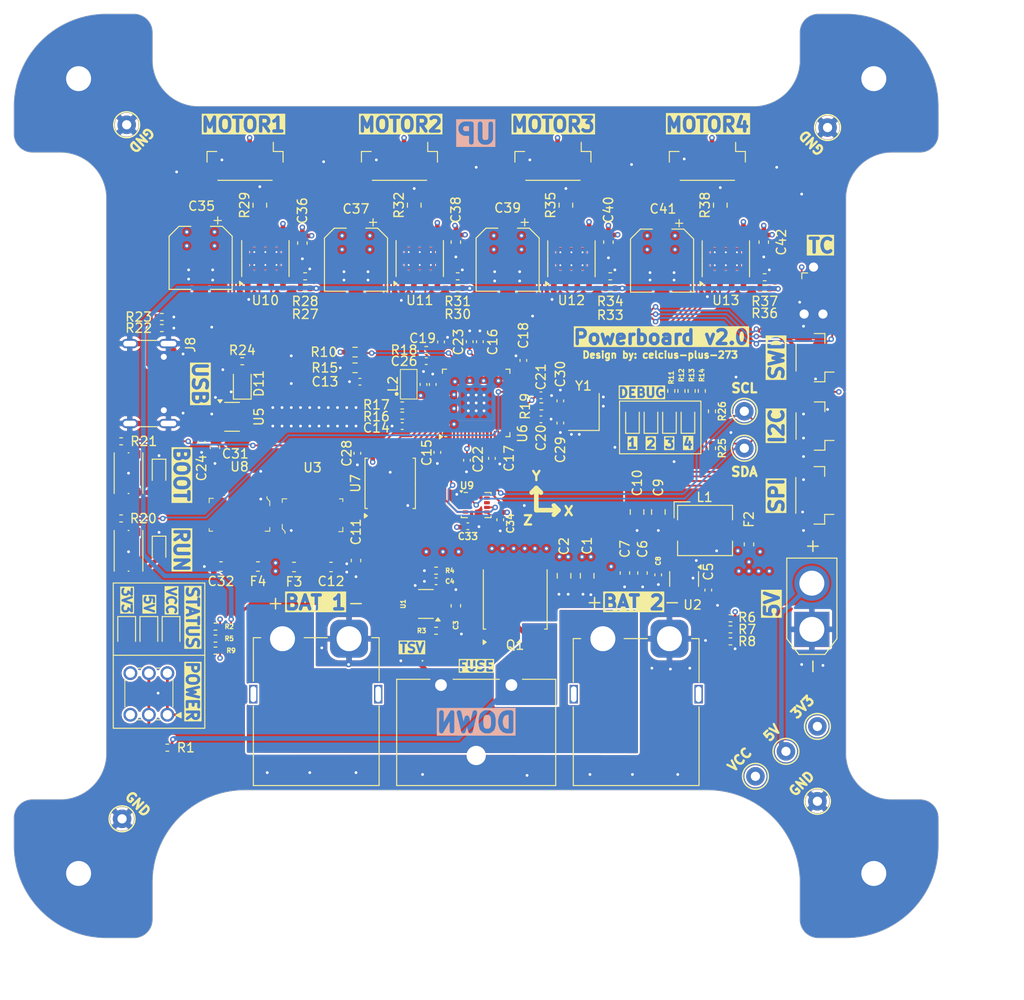
<source format=kicad_pcb>
(kicad_pcb (version 20240108) (generator "pcbnew") (generator_version "8.0")
  (title_block (date "15 nov 2012"))
  (layers (0 "F.Cu" mixed) (1 "In1.Cu" power) (2 "In2.Cu" power) (31 "B.Cu" mixed) (34 "B.Paste" user) (35 "F.Paste" user) (36 "B.SilkS" user "B.Silkscreen") (37 "F.SilkS" user "F.Silkscreen") (38 "B.Mask" user) (39 "F.Mask" user) (44 "Edge.Cuts" user))
  (net 0 "")
  (net 1 "/VBAT_FUSED")
  (net 2 "/M4_ENC_B")
  (net 3 "/VBAT_READ")
  (net 4 "/M1_ENC_B")
  (net 5 "/M3_ENC_A")
  (net 6 "+1V1")
  (net 7 "/M3_ENC_B")
  (net 8 "/M2_ENC_A")
  (net 9 "/M4_ENC_A")
  (net 10 "/M2_ENC_B")
  (net 11 "/M1_ENC_A")
  (net 12 "VBUS")
  (net 13 "+5V")
  (net 14 "+3V3")
  (net 15 "VCC")
  (net 16 "/PWR_EN")
  (net 17 "/BAT_1")
  (net 18 "/5V_RAW")
  (net 19 "/SPI_TX")
  (net 20 "/SPI_SCK")
  (net 21 "/SPI_CSn")
  (net 22 "/SPI_RX")
  (net 23 "/I2C_SCL")
  (net 24 "/I2C_SDA")
  (net 25 "/motor 1/OUT_N")
  (net 26 "/motor 1/OUT_P")
  (net 27 "/motor 2/OUT_N")
  (net 28 "/motor 2/OUT_P")
  (net 29 "/motor 3/OUT_P")
  (net 30 "/motor 3/OUT_N")
  (net 31 "/motor 4/OUT_N")
  (net 32 "/motor 4/OUT_P")
  (net 33 "/~{GATE_EN}")
  (net 34 "/DBG_1")
  (net 35 "/DBG_2")
  (net 36 "/DBG_3")
  (net 37 "/DBG_4")
  (net 38 "/IMU_INT1")
  (net 39 "/IMU_INT2")
  (net 40 "/M1_PWM_A")
  (net 41 "/M1_PWM_B")
  (net 42 "/M2_PWM_A")
  (net 43 "/M2_PWM_B")
  (net 44 "/M3_PWM_A")
  (net 45 "/M3_PWM_B")
  (net 46 "/M4_PWM_A")
  (net 47 "/M4_PWM_B")
  (net 48 "GND")
  (net 49 "Net-(C12-Pad1)")
  (net 50 "Net-(C32-Pad1)")
  (net 51 "Net-(D1-A)")
  (net 52 "Net-(D3-A)")
  (net 53 "Net-(D4-A)")
  (net 54 "Net-(D5-A)")
  (net 55 "Net-(D6-A)")
  (net 56 "Net-(D7-A)")
  (net 57 "Net-(D8-A)")
  (net 58 "Net-(D9-A)")
  (net 59 "Net-(D10-A)")
  (net 60 "Net-(D11-A)")
  (net 63 "Net-(J8-CC1)")
  (net 65 "Net-(J8-CC2)")
  (net 66 "Net-(R1-Pad2)")
  (net 67 "Net-(U2-VBST)")
  (net 68 "Net-(U2-SW)")
  (net 69 "Net-(C30-Pad1)")
  (net 70 "Net-(U1-~{OUT})")
  (net 71 "Net-(U2-EN)")
  (net 72 "Net-(U6-USB_DP)")
  (net 73 "Net-(U6-USB_DM)")
  (net 74 "Net-(R20-Pad2)")
  (net 75 "Net-(U10-VREF)")
  (net 76 "Net-(U10-LSS)")
  (net 77 "Net-(U11-VREF)")
  (net 78 "Net-(U11-LSS)")
  (net 79 "Net-(U2-VFB)")
  (net 80 "Net-(R21-Pad2)")
  (net 81 "Net-(U12-VREF)")
  (net 82 "Net-(U12-LSS)")
  (net 83 "Net-(U13-VREF)")
  (net 87 "/rp2350a/VREG_AVDD")
  (net 88 "/rp2350a/XIN")
  (net 89 "/rp2350a/SWCLK")
  (net 90 "/rp2350a/SWDIO")
  (net 91 "/rp2350a/~{RESET}")
  (net 92 "Net-(U13-LSS)")
  (net 94 "/rp2350a/D-")
  (net 95 "/rp2350a/D+")
  (net 96 "/rp2350a/VREG_LX")
  (net 97 "/rp2350a/BOOTSEL")
  (net 99 "/rp2350a/USB_D+")
  (net 100 "/rp2350a/USB_D-")
  (net 101 "/rp2350a/XOUT")
  (net 102 "/rp2350a/QSPI_SD2")
  (net 103 "/rp2350a/QSPI_SDO")
  (net 104 "/rp2350a/GPIO28{slash}ADC2")
  (net 105 "/rp2350a/QSPI_SD1")
  (net 106 "/rp2350a/QSPI_SCLK")
  (net 107 "/rp2350a/QSPI_SD3")
  (footprint "LED_SMD:LED_0603_1608Metric" (layer "F.Cu") (at 108.7 80.29 90)
    (property "Reference" "D5" (hide yes))
    (property "Value" "KT-0603W")
  )
  (footprint "Resistor_SMD:R_0402_1005Metric" (layer "F.Cu") (at 51.4 82.64 180)
    (property "Reference" "R21")
    (property "Value" "1k")
  )
  (footprint "lilG_footprints:LittleFuse_01530007Z" (layer "F.Cu") (at 89.8 116.6351)
    (property "Reference" "F1" (hide yes))
    (property "Value" "01530007Z")
  )
  (footprint "Resistor_SMD:R_0402_1005Metric" (layer "F.Cu") (at 104.3 64.79 180)
    (property "Reference" "R34")
    (property "Value" "50k")
  )
  (footprint "MountingHole:MountingHole_2.7mm_M2.5" (layer "F.Cu") (at 46.8 129.4)
    (property "Reference" "MH2" (hide yes))
    (property "Value" "MountingHole_2.7mm_M2.5" (hide yes))
  )
  (footprint "Button_Switch_SMD:SW_Push_1P1T_NO_CK_KMR2" (layer "F.Cu") (at 52.2 86.09 90)
    (property "Reference" "SW3" (hide yes))
    (property "Value" "KMR2")
  )
  (footprint "Resistor_SMD:R_0402_1005Metric" (layer "F.Cu") (at 85.4625 96.64 180)
    (property "Reference" "R4")
    (property "Value" "10k")
  )
  (footprint "TestPoint:TestPoint_Keystone_5000-5004_Miniature" (layer "F.Cu") (at 126.7 121.59)
    (property "Reference" "TP7" (hide yes))
    (property "Value" "5001")
  )
  (footprint "lilG_footprints:QFN-60-1EP_7x7mm_P0.4mm_EP3.4x3.4mm_ThermalVias" (layer "F.Cu") (at 89.8 78.49 90)
    (property "Reference" "U6")
    (property "Value" "RP2350A")
  )
  (footprint "Capacitor_SMD:C_0402_1005Metric" (layer "F.Cu") (at 90.2 71.865 90)
    (property "Reference" "C16")
    (property "Value" "100n")
  )
  (footprint "TestPoint:TestPoint_Keystone_5000-5004_Miniature" (layer "F.Cu") (at 126.7 113.49)
    (property "Reference" "TP5" (hide yes))
    (property "Value" "5001")
  )
  (footprint "Package_TO_SOT_SMD:SOT-23-6" (layer "F.Cu") (at 63.4 79.99)
    (property "Reference" "U5")
    (property "Value" "USBLC6-2SC6")
  )
  (footprint "Resistor_SMD:R_0805_2012Metric" (layer "F.Cu") (at 66.4 57.09 90)
    (property "Reference" "R29")
    (property "Value" "RL10FTNR100")
  )
  (footprint "Package_SO:SOIC-8-1EP_3.9x4.9mm_P1.27mm_EP2.41x3.3mm_ThermalVias" (layer "F.Cu") (at 67 62.865 90)
    (property "Reference" "U10")
    (property "Value" "A4950E")
  )
  (footprint "Resistor_SMD:R_0402_1005Metric" (layer "F.Cu") (at 96.85 78.865)
    (property "Reference" "R19")
    (property "Value" "1k")
  )
  (footprint "Connector_JST:JST_SH_BM03B-SRSS-TB_1x03-1MP_P1.00mm_Vertical" (layer "F.Cu") (at 126.4 73.59 90)
    (property "Reference" "J6" (hide yes))
    (property "Value" "BM03B-SRSS-TB")
  )
  (footprint "Capacitor_SMD:C_0603_1608Metric" (layer "F.Cu") (at 76.8 95.54 -90)
    (property "Reference" "C11")
    (property "Value" "10uF")
  )
  (footprint "Resistor_SMD:R_0402_1005Metric" (layer "F.Cu") (at 84.4 72.765)
    (property "Reference" "R18")
    (property "Value" "33")
  )
  (footprint "Resistor_SMD:R_0402_1005Metric" (layer "F.Cu") (at 51.4 90.99 180)
    (property "Reference" "R20")
    (property "Value" "1k")
  )
  (footprint "TestPoint:TestPoint_Keystone_5000-5004_Miniature" (layer "F.Cu") (at 123.3 116.19)
    (property "Reference" "TP2" (hide yes))
    (property "Value" "5001")
  )
  (footprint "LED_SMD:LED_0805_2012Metric" (layer "F.Cu") (at 54.4 103.29 -90)
    (property "Reference" "D3" (hide yes))
    (property "Value" "KT-0805G")
  )
  (footprint "Capacitor_SMD:C_0402_1005Metric" (layer "F.Cu") (at 96.8 80.265)
    (property "Reference" "C20")
    (property "Value" "100n")
  )
  (footprint "Resistor_SMD:R_0402_1005Metric" (layer "F.Cu") (at 61.6 105.29)
    (property "Reference" "R9")
    (property "Value" "1k")
  )
  (footprint "Capacitor_SMD:CP_Elec_6.3x7.7" (layer "F.Cu") (at 109.9 63.09 -90)
    (property "Reference" "C41")
    (property "Value" "100uF")
  )
  (footprint "digikey-footprints:SOT-223" (layer "F.Cu") (at 72.1 90.64)
    (property "Reference" "U3")
    (property "Value" "NCP1117ST33T3G")
  )
  (footprint "Capacitor_SMD:C_0603_1608Metric" (layer "F.Cu") (at 104.1 61.09 -90)
    (property "Reference" "C40")
    (property "Value" "0.22uF")
  )
  (footprint "Connector_AMASS:AMASS_XT30U-M_1x02_P5.0mm_Vertical" (layer "F.Cu") (at 126.1 102.99 90)
    (property "Reference" "J2" (hide yes))
    (property "Value" "XT30-U-M")
  )
  (footprint "Connector_JST:JST_SH_BM06B-SRSS-TB_1x06-1MP_P1.00mm_Vertical" (layer "F.Cu") (at 81.5 52.39 180)
    (property "Reference" "J10" (hide yes))
    (property "Value" "BM06B-SRSS-TB")
  )
  (footprint "Fuse:Fuse_0603_1608Metric" (layer "F.Cu") (at 119.3 93.79 -90)
    (property "Reference" "F2")
    (property "Value" "S0603-S-5.0A")
  )
  (footprint "Capacitor_SMD:C_0402_1005Metric" (layer "F.Cu") (at 92.4 91.13 -90)
    (property "Reference" "C34")
    (property "Value" "100n")
  )
  (footprint "Resistor_SMD:R_0402_1005Metric" (layer "F.Cu") (at 71.3 66.09)
    (property "Reference" "R27")
    (property "Value" "200k")
  )
  (footprint "Connector_AMASS:AMASS_XT60PW-M_1x02_P7.20mm_Horizontal" (layer "F.Cu") (at 76.05 104 180)
    (property "Reference" "J1" (hide yes))
    (property "Value" "XT60-PW-M")
  )
  (footprint "Capacitor_SMD:CP_Elec_6.3x7.7" (layer "F.Cu") (at 60 62.79 -90)
    (property "Reference" "C35")
    (property "Value" "100uF")
  )
  (footprint "Package_SO:SOIC-8-1EP_3.9x4.9mm_P1.27mm_EP2.41x3.3mm_ThermalVias" (layer "F.Cu") (at 83.695 62.865 90)
    (property "Reference" "U11")
    (property "Value" "A4950E")
  )
  (footprint "LED_SMD:LED_0603_1608Metric" (layer "F.Cu") (at 110.7 80.29 90)
    (property "Reference" "D6" (hide yes))
    (property "Value" "KT-0603W")
  )
  (footprint "Capacitor_SMD:C_0805_2012Metric" (layer "F.Cu") (at 101.8 97.19 -90)
    (property "Reference" "C1")
    (property "Value" "22uF")
  )
  (footprint "Capacitor_SMD:C_0402_1005Metric" (layer "F.Cu") (at 85.6 83.84 -90)
    (property "Reference" "C15")
    (property "Value" "100n")
  )
  (footprint "Resistor_SMD:R_0402_1005Metric" (layer "F.Cu") (at 55.8 69.19)
    (property "Reference" "R23")
    (property "Value" "5.1k")
  )
  (footprint "Capacitor_SMD:CP_Elec_6.3x7.7" (layer "F.Cu") (at 76.8 62.99 -90)
    (property "Reference" "C37")
    (property "Value" "100uF")
  )
  (footprint "Capacitor_SMD:C_0402_1005Metric" (layer "F.Cu") (at 60.1 82.74 -90)
    (property "Reference" "C24")
    (property "Value" "100n")
  )
  (footprint "Resistor_SMD:R_0402_1005Metric" (layer "F.Cu") (at 61.6 102.69)
    (property "Reference" "R2")
    (property "Value" "4.7k")
  )
  (footprint "lilG_footprints:5.8_ZSGT" (layer "F.Cu") (at 54.4 109.9775 90)
    (property "Reference" "SW1" (hide yes))
    (property "Value" "5.8 ZSGT")
  )
  (footprint "Fuse:Fuse_0603_1608Metric" (layer "F.Cu") (at 66.2 96.19)
    (property "Reference" "F4")
    (property "Value" "0467001.NRHF")
  )
  (footprint "Resistor_SMD:R_0402_1005Metric" (layer "F.Cu") (at 81.8 78.765)
    (property "Reference" "R17")
    (property "Value" "27")
  )
  (footprint "Resistor_SMD:R_0402_1005Metric" (layer "F.Cu") (at 117.3 104.29 180)
    (property "Reference" "R8")
    (property "Value" "10k")
  )
  (footprint "Package_TO_SOT_SMD:SOT-23-6" (layer "F.Cu") (at 112.285 97.54 -90)
    (property "Reference" "U2")
    (property "Value" "TPS565208")
  )
  (footprint "Fuse:Fuse_0603_1608Metric" (layer "F.Cu") (at 70.1 96.24 180)
    (property "Reference" "F3")
    (property "Value" "0467001.NRHF")
  )
  (footprint "Resistor_SMD:R_0402_1005Metric" (layer "F.Cu") (at 115.3 79.39 90)
    (property "Reference" "R26")
    (property "Value" "4.7k")
  )
  (footprint "Capacitor_SMD:C_0603_1608Metric" (layer "F.Cu") (at 87.6 61.09 -90)
    (property "Reference" "C38")
    (property "Value" "0.22uF")
  )
  (footprint "Connector_USB:USB_C_Receptacle_GCT_USB4105-xx-A_16P_TopMnt_Horizontal" (layer "F.Cu") (at 53.41 76.39 -90)
    (property "Reference" "J8")
    (property "Value" "TYPE-C16PIN")
  )
  (footprint "Resistor_SMD:R_0603_1608Metric" (layer "F.Cu") (at 76.7 74.69)
    (property "Reference" "R15")
    (property "Value" "100k")
  )
  (footprint "Connector_JST:JST_SH_BM06B-SRSS-TB_1x06-1MP_P1.00mm_Vertical" (layer "F.Cu") (at 64.8 52.39 180)
    (property "Reference" "J9" (hide yes))
    (property "Value" "BM06B-SRSS-TB")
  )
  (footprint "Resistor_SMD:R_0402_1005Metric" (layer "F.Cu") (at 117.3 101.79)
    (property "Reference" "R6")
    (property "Value" "10k")
  )
  (footprint "Resistor_SMD:R_0603_1608Metric" (layer "F.Cu") (at 76.7 72.99 180)
    (property "Reference" "R10")
    (property "Value" "300k")
  )
  (footprint "Capacitor_SMD:C_0402_1005Metric" (layer "F.Cu") (at 109.485 97.09 -90)
    (property "Reference" "C8")
    (property "Value" "100n")
  )
  (footprint "Package_TO_SOT_SMD:SOT-23-5" (layer "F.Cu") (at 84.3625 100.24 180)
    (property "Reference" "U1")
    (property "Value" "MCP1415")
  )
  (footprint "Diode_SMD:D_0402_1005Metric" (layer "F.Cu") (at 82.9 106.39 180)
    (property "Reference" "D2" (hide yes))
    (property "Value" "GG0402126R042P")
  )
  (footprint "Capacitor_SMD:C_0402_1005Metric" (layer "F.Cu") (at 85.1 76.49 90)
    (property "Reference" "C27" (hide yes))
    (property "Value" "4.7u")
  )
  (footprint "Capacitor_SMD:C_0805_2012Metric" (layer "F.Cu") (at 99.3 97.19 -90)
    (property "Reference" "C2")
    (property "Value" "22uF")
  )
  (footprint "Resistor_SMD:R_0402_1005Metric" (layer "F.Cu") (at 87.8 66.065)
    (property "Reference" "R30")
    (property "Value" "200k")
  )
  (footprint "Capacitor_SMD:C_0603_1608Metric" (layer "F.Cu") (at 107.785 96.89 -90)
    (property "Reference" "C6")
    (property "Value" "10uF")
  )
  (footprint "Resistor_SMD:R_0402_1005Metric" (layer "F.Cu") (at 121 64.89 180)
    (property "Reference" "R37")
    (property "Value" "50k")
  )
  (footprint "Capacitor_SMD:C_0603_1608Metric" (layer "F.Cu") (at 105.885 96.89 -90)
    (property "Reference" "C7")
    (property "Value" "10uF")
  )
  (footprint "MountingHole:MountingHole_2.7mm_M2.5" (layer "F.Cu") (at 132.800001 43.399999)
    (property "Reference" "MH3" (hide yes))
    (property "Value" "MountingHole_2.7mm_M2.5" (hide yes))
  )
  (footprint "Capacitor_SMD:C_0402_1005Metric" (layer "F.Cu") (at 85.4625 97.79 180)
    (property "Reference" "C4")
    (property "Value" "100n")
  )
  (footprint "TestPoint:TestPoint_Keystone_5000-5004_Miniature" (layer "F.Cu") (at 52 48.39)
    (property "Reference" "TP6" (hide yes))
    (property "Value" "5001")
  )
  (footprint "MountingHole:MountingHole_2.7mm_M2.5" (layer "F.Cu") (at 46.8 43.399999)
    (property "Reference" "MH1" (hide yes))
    (property "Value" "MountingHole_2.7mm_M2.5" (hide yes))
  )
  (footprint "Connector_JST:JST_SH_BM06B-SRSS-TB_1x06-1MP_P1.00mm_Vertical" (layer "F.Cu") (at 114.8 52.39 180)
    (property "Reference" "J12" (hide yes))
    (property "Value" "BM06B-SRSS-TB")
  )
  (footprint "Resistor_SMD:R_0402_1005Metric" (layer "F.Cu") (at 71.3 64.79 180)
    (property "Reference" "R28")
    (property "Value" "50k")
  )
  (footprint "Capacitor_SMD:C_0402_1005Metric" (layer "F.Cu") (at 89.1 71.865 90)
    (property "Reference" "C23")
    (property "Value" "100n")
  )
  (footprint "Resistor_SMD:R_0402_1005Metric" (layer "F.Cu") (at 55.8 70.39)
    (property "Reference" "R22")
    (property "Value" "5.1k")
  )
  (footprint "LED_SMD:LED_0805_2012Metric" (layer "F.Cu") (at 56.8 103.29 -90)
    (property "Reference" "D1" (hide yes))
    (property "Value" "KT-0805G")
  )
  (footprint "Capacitor_SMD:C_0603_1608Metric" (layer "F.Cu") (at 61.55 83.29 -90)
    (property "Reference" "C31")
    (property "Value" "10uF")
  )
  (footprint "Resistor_SMD:R_0402_1005Metric" (layer "F.Cu") (at 104.3 66.09)
    (property "Reference" "R33")
    (property "Value" "200k")
  )
  (footprint "Resistor_SMD:R_0402_1005Metric" (layer "F.Cu") (at 85.4625 103.14 180)
    (property "Reference" "R3")
    (property "Value" "22")
  )
  (footprint "Connector_JST:JST_SH_BM06B-SRSS-TB_1x06-1MP_P1.00mm_Vertical" (layer "F.Cu") (at 98.1 52.39 180)
    (property "Reference" "J11" (hide yes))
    (property "Value" "BM06B-SRSS-TB")
  )
  (footprint "Capacitor_SMD:C_0402_1005Metric" (layer "F.Cu") (at 88.9 91.83)
    (property "Reference" "C33")
    (property "Value" "100n")
  )
  (footprint "LED_SMD:LED_0603_1608Metric" (layer "F.Cu") (at 55.5 94.39 -90)
    (property "Reference" "D9" (hide yes))
    (property "Value" "KT-0603R")
  )
  (footprint "Package_SO:SOIC-8-1EP_3.9x4.9mm_P1.27mm_EP2.41x3.3mm_ThermalVias" (layer "F.Cu") (at 116.8 62.89 90)
    (property "Reference" "U13")
    (property "Value" "A4950E")
  )
  (footprint "LED_SMD:LED_0603_1608Metric" (layer "F.Cu") (at 106.7 80.29 90)
    (property "Reference" "D4" (hide yes))
    (property "Value" "KT-0603W")
  )
  (footprint "Capacitor_SMD:C_0805_2012Metric" (layer "F.Cu") (at 109.5 90.29 -90)
    (property "Reference" "C9")
    (property "Value" "22uF")
  )
  (footprint "Inductor_SMD:L_Bourns_SRP5030T" (layer "F.Cu") (at 114.55 92.29)
    (property "Reference" "L1")
    (property "Value" "SRP5030T-3R3M")
  )
  (footprint "Resistor_SMD:R_0402_1005Metric" (layer "F.Cu") (at 112 77.19 90)
    (property "Reference" "R12")
    (property "Value" "1k")
  )
  (footprint "LED_SMD:LED_0805_2012Metric" (layer "F.Cu") (at 64.5 76.39 90)
    (property "Reference" "D11")
    (property "Value" "KT-0805G")
  )
  (footprint "Resistor_SMD:R_0402_1005Metric" (layer "F.Cu") (at 110.9 77.19 -90)
    (property "Reference" "R11")
    (property "Value" "1k")
  )
  (footprint "TestPoint:TestPoint_Keystone_5000-5004_Miniature" (layer "F.Cu") (at 118.8 83.39)
    (property "Reference" "TP3" (hide yes))
    (property "Value" "5001")
  )
  (footprint "Capacitor_SMD:C_0402_1005Metric" (layer "F.Cu") (at 86 71.89 90)
    (property "Reference" "C19")
    (property "Value" "100n")
  )
  (footprint "Resistor_SMD:R_0402_1005Metric" (layer "F.Cu") (at 114.2 77.19 90)
    (property "Reference" "R14")
    (property "Value" "1k")
  )
  (footprint "Capacitor_SMD:C_0603_1608Metric" (layer "F.Cu") (at 74.1 96.24)
    (property "Reference" "C12")
    (property "Value" "10uF")
  )
  (footprint "Resistor_SMD:R_0805_2012Metric" (layer "F.Cu") (at 83.1 57.09 90)
    (property "Reference" "R32")
    (property "Value" "RL10FTNR100")
  )
  (footprint "Capacitor_SMD:C_0603_1608Metric" (layer "F.Cu") (at 71 61.19 -90)
    (property "Reference" "C36")
    (property "Value" "0.22uF")
  )
  (footprint "Resistor_SMD:R_0402_1005Metric" (layer "F.Cu") (at 81.8 79.865)
    (property "Reference" "R16")
    (property "Value" "27")
  )
  (footprint "Capacitor_SMD:C_0402_1005Metric" (layer "F.Cu") (at 84.1 76.49 90)
    (property "Reference" "C25" (hide yes))
    (property "Value" "4.7u")
  )
  (footprint "Connector_JST:JST_SH_BM03B-SRSS-TB_1x03-1MP_P1.00mm_Vertical" (layer "F.Cu") (at 126.4 80.99 90)
    (property "Reference" "J5" (hide yes))
    (property "Value" "BM03B-SRSS-TB")
  )
  (footprint "Capacitor_SMD:C_0402_1005Metric" (layer "F.Cu") (at 98.9 80.665 -90)
    (property "Reference" "C29")
    (property "Value" "15p")
  )
  (footprint "Capacitor_SMD:C_0402_1005Metric" (layer "F.Cu") (at 81.8 80.99 180)
    (property "Reference" "C14")
    (property "Value" "100n")
  )
  (footprint "TestPoint:TestPoint_Keystone_5000-5004_Miniature" (layer "F.Cu") (at 127.8 48.69)
    (property "Reference" "TP8" (hide yes))
    (property "Value" "5001")
  )
  (footprint "Connector_AMASS:AMASS_XT60PW-M_1x02_P7.20mm_Horizontal" (layer "F.Cu") (at 110.7 104 180)
    (property "Reference" "J3" (hide yes))
    (property "Value" "XT60-PW-M")
  )
  (footprint "Resistor_SMD:R_0402_1005Metric" (layer "F.Cu") (at 121 66.115)
    (property "Reference" "R36")
    (property "Value" "200k")
  )
  (footprint "Capacitor_SMD:C_0402_1005Metric" (layer "F.Cu") (at 114.9 98.74 -90)
    (property "Reference" "C5")
    (property "Value" "100n")
  )
  (footprint "Capacitor_SMD:C_0603_1608Metric" (layer "F.Cu") (at 62.2 96.19 180)
    (property "Reference" "C32")
    (property "Value" "10uF")
  )
  (footprint "LED_SMD:LED_0603_1608Metric" (layer "F.Cu") (at 55.5 86.06 -90)
    (property "Reference" "D10" (hide yes))
    (property "Value" "KT-0603R")
  )
  (footprint "Connector:Tag-Connect_TC2030-IDC-NL_2x03_P1.27mm_Vertical" (layer "F.Cu") (at 126.284 66.33 -90)
    (property "Reference" "J7" (hide yes))
    (property "Value" "TC2030-NL")
  )
  (footprint "LED_SMD:LED_0603_1608Metric" (layer "F.Cu") (at 112.7 80.29 90)
    (property "Reference" "D7" (hide yes))
    (property "Value" "KT-0603W")
  )
  (footprint "Capacitor_SMD:C_0402_1005Metric" (layer "F.Cu") (at 96.8 77.665)
    (property "Reference" "C21")
    (property "Value" "4.7u")
  )
  (footprint "Resistor_SMD:R_0402_1005Metric" (layer "F.Cu") (at 87.8 64.79 180)
    (property "Reference" "R31")
    (property "Value" "50k")
  )
  (footprint "Resistor_SMD:R_0402_1005Metric" (layer "F.Cu") (at 64.5 73.98 180)
    (property "Reference" "R24")
    (property "Value" "1k")
  )
  (footprint "Resistor_SMD:R_0402_1005Metric" (layer "F.Cu") (at 61.6 103.99)
    (property "Reference" "R5")
    (property "Value" "1k")
  )
  (footprint "digikey-footprints:SOT-223" (layer "F.Cu") (at 64.2 90.59 180)
    (property "Reference" "U8")
    (property "Value" "NCP1117ST33T3G")
  )
  (footprint "Resistor_SMD:R_0805_2012Metric" (layer "F.Cu") (at 99.5 57.09 90)
    (property "Reference" "R35")
    (property "Value" "RL10FTNR100")
  )
  (footprint "Capacitor_SMD:C_0603_1608Metric" (layer "F.Cu") (at 87.6 100.44 90)
    (property "Reference" "C3")
    (property "Value" "10uF")
  )
  (footprint "TestPoint:TestPoint_Keystone_5000-5004_Miniature" (layer "F.Cu") (at 51.5 123.49)
    (property "Reference" "TP9" (hide yes))
    (property "Value" "5001")
  )
  (footprint "Capacitor_SMD:C_0805_2012Metric" (layer "F.Cu") (at 107.2 90.29 -90)
    (property "Reference" "C10")
    (property "Value" "22uF")
  )
  (footprint "Button_Switch_SMD:SW_Push_1P1T_NO_CK_KMR2" (layer "F.Cu") (at 52.2 94.49 90)
    (property "Reference" "SW2" (hide yes))
    (property "Value" "KMR2")
  )
  (footprint "Package_SO:SOIC-8-1EP_3.9x4.9mm_P1.27mm_EP2.41x3.3mm_ThermalVias" (layer "F.Cu") (at 100.1 62.89 90)
    (property "Reference" "U12")
    (property "Value" "A4950E")
  )
  (footprint "Connector_JST:JST_SH_BM04B-SRSS-TB_1x04-1MP_P1.00mm_Vertical" (layer "F.Cu") (at 126.375 88.49 90)
    (property "Reference" "J4" (hide yes))
    (property "Value" "BM04B-SRSS-TB")
  )
  (footprint "Resistor_SMD:R_0805_2012Metric" (layer "F.Cu") (at 116.2 57.09 90)
    (property "Reference" "R38")
    (property "Value" "RL10FTNR100")
  )
  (footprint "Crystal:Crystal_SMD_Abracon_ABM8G-4Pin_3.2x2.5mm" (layer "F.Cu") (at 101.45 79.465 90)
    (property "Reference" "Y1")
    (property "Value" "ABM8-272-T3")
  )
  (footprint "Resistor_SMD:R_0402_1005Metric" (layer "F.Cu") (at 115.3 83.39 -90)
    (property "Reference" "R25")
    (property "Value" "4.7k")
  )
  (footprint "Package_SO:SOIC-8_5.23x5.23mm_P1.27mm" (layer "F.Cu") (at 80.5 87.19 90)
    (property "Reference" "U7")
    (property "Value" "W25Q128JVS")
  )
  (footprint "Resistor_SMD:R_0402_1005Metric" (layer "F.Cu") (at 113.1 77.19 90)
    (property "Reference" "R13")
    (property "Value" "1k")
  )
  (footprint "LED_SMD:LED_0805_2012Metric" (layer "F.Cu") (at 52 103.29 -90)
    (property "Reference" "D8" (hide yes))
    (property "Value" "KT-0805G")
  )
  (footprint "MountingHole:MountingHole_2.7mm_M2.5" (layer "F.Cu") (at 132.800001 129.4)
    (property "Reference" "MH4" (hide yes))
    (property "Value" "MountingHole_2.7mm_M2.5" (hide yes))
  )
  (footprint "Capacitor_SMD:C_0402_1005Metric" (layer "F.Cu") (at 76.95 83.94 -90)
    (property "Reference" "C28")
    (property "Value" "100n")
  )
  (footprint "Package_TO_SOT_SMD:TO-252-2" (layer "F.Cu") (at 94.02 99.65 90)
    (property "Reference" "Q1")
    (property "Value" "40P30")
  )
  (footprint "Capacitor_SMD:CP_Elec_6.3x7.7" (layer "F.Cu") (at 93.2 62.99 -90)
    (property "Reference" "C39")
    (property "Value" "100uF")
  )
  (footprint "Resistor_SMD:R_0402_1005Metric" (layer "F.Cu") (at 117.3 102.99)
    (property "Reference" "R7")
    (property "Value" "54.9k")
  )
  (footprint "Package_LGA:LGA-14_3x2.5mm_P0.5mm_LayoutBorder3x4y" (layer "F.Cu") (at 89.8 89.54)
    (property "Reference" "U9")
    (property "Value" "LSM6DSM")
  )
  (footprint "Capacitor_SMD:C_0402_1005Metric" (layer "F.Cu") (at 91.5 84.49 -90)
    (property "Reference" "C17")
    (property "Value" "100n")
  )
  (footprint "Capacitor_SMD:C_0402_1005Metric" (layer "F.Cu") (at 94.9 73.89 90)
    (property "Reference" "C18")
    (property "Value" "100n")
  )
  (footprint "Capacitor_SMD:C_0402_1005Metric" (layer "F.Cu") (at 98.9 78.265 90)
    (property "Reference" "C30")
    (property "Value" "15p")
  )
  (footprint "Resistor_SMD:R_0402_1005Metric" (layer "F.Cu") (at 56.4 115.79 180)
    (property "Reference" "R1")
    (property "Value" "10k")
  )
  (footprint "Capacitor_SMD:C_0402_1005Metric" (layer "F.Cu") (at 77.225 76.19 180)
    (property "Reference" "C13")
    (property "Value" "100n")
  )
  (footprint "lilG_footprints:L_0806" (layer "F.Cu") (at 82.5 76.465 -90)
    (property "Reference" "L2")
    (property "Value" "AOTA-B201610S3R3-101-T")
  )
  (footprint "Capacitor_SMD:C_0402_1005Metric" (layer "F.Cu") (at 88.8 84.69 -90)
    (property "Reference" "C22")
    (property "Value" "100n")
  )
  (footprint "TestPoint:TestPoint_Keystone_5000-5004_Miniature" (layer "F.Cu") (at 118.8 79.39)
    (property "Reference" "TP4" (hide yes))
    (property "Value" "5001")
  )
  (footprint "Capacitor_SMD:C_0402_1005Metric" (layer "F.Cu") (at 84.4 73.965 180)
    (property "Reference" "C26")
    (property "Value" "4.7u")
  )
  (footprint "Capacitor_SMD:C_0603_1608Metric" (layer "F.Cu") (at 120.9 61.09 -90)
    (property "Reference" "C42")
    (property "Value" "0.22uF")
  )
  (footprint "TestPoint:TestPoint_Keystone_5000-5004_Miniature" (layer "F.Cu") (at 120 118.89)
    (property "Reference" "TP1" (hide yes))
    (property "Value" "5001")
  )
  (gr_line (start 65.7 108.59) (end 65.7 103.89) (stroke (width 0.12)) (layer "F.SilkS"))
  (gr_line (start 50.55 105.79) (end 60.45 105.79) (stroke (width 0.12)) (layer "F.SilkS"))
  (gr_line (start 96.3 90.09) (end 96.3 87.69) (stroke (width 0.5)) (layer "F.SilkS"))
  (gr_line (start 98.2 90.59) (end 98.7 90.09) (stroke (width 0.5)) (layer "F.SilkS"))
  (gr_line (start 113.9 119.89) (end 100.3 119.89) (stroke (width 0.12)) (layer "F.SilkS"))
  (gr_line (start 71.2 103.89) (end 73.7 103.89) (stroke (width 0.12)) (layer "F.SilkS"))
  (gr_line (start 100.3 111.39) (end 100.3 119.89) (stroke (width 0.12)) (layer "F.SilkS"))
  (gr_line (start 92.3 108.39) (end 87.3 108.39) (stroke (width 0.12)) (layer "F.SilkS"))
  (gr_line (start 105.8 103.99) (end 108.3 103.99) (stroke (width 0.12)) (layer "F.SilkS"))
  (gr_line (start 81.2 119.89) (end 98.4 119.89) (stroke (width 0.12)) (layer "F.SilkS"))
  (gr_line (start 113.1 103.99) (end 113.9 103.99) (stroke (width 0.12)) (layer "F.SilkS"))
  (gr_rect (start 50.55 97.97) (end 60.45 113.69) (stroke (width 0.12)) (fill none) (layer "F.SilkS"))
  (gr_line (start 98.4 119.89) (end 98.4 108.39) (stroke (width 0.12)) (layer "F.SilkS"))
  (gr_line (start 65.7 111.29) (end 65.7 119.89) (stroke (width 0.12)) (layer "F.SilkS"))
  (gr_line (start 65.7 103.89) (end 66.5 103.89) (stroke (width 0.12)) (layer "F.SilkS"))
  (gr_rect (start 105.3 78.29) (end 114.1 83.99) (stroke (width 0.12)) (fill none) (layer "F.SilkS"))
  (gr_line (start 79.3 111.29) (end 79.3 119.89) (stroke (width 0.12)) (layer "F.SilkS"))
  (gr_line (start 100.3 108.69) (end 100.3 103.99) (stroke (width 0.12)) (layer "F.SilkS"))
  (gr_line (start 96.3 90.09) (end 98.7 90.09) (stroke (width 0.5)) (layer "F.SilkS"))
  (gr_line (start 113.9 108.69) (end 113.9 103.99) (stroke (width 0.12)) (layer "F.SilkS"))
  (gr_line (start 100.3 103.99) (end 101.1 103.99) (stroke (width 0.12)) (layer "F.SilkS"))
  (gr_line (start 84.8 108.39) (end 81.2 108.39) (stroke (width 0.12)) (layer "F.SilkS"))
  (gr_line (start 113.9 111.39) (end 113.9 119.89) (stroke (width 0.12)) (layer "F.SilkS"))
  (gr_line (start 81.2 108.39) (end 81.2 119.89) (stroke (width 0.12)) (layer "F.SilkS"))
  (gr_line (start 96.8 88.19) (end 96.3 87.69) (stroke (width 0.5)) (layer "F.SilkS"))
  (gr_line (start 98.4 108.39) (end 94.8 108.39) (stroke (width 0.12)) (layer "F.SilkS"))
  (gr_line (start 78.5 103.89) (end 79.3 103.89) (stroke (width 0.12)) (layer "F.SilkS"))
  (gr_line (start 79.3 119.89) (end 65.7 119.89) (stroke (width 0.12)) (layer "F.SilkS"))
  (gr_line (start 96.3 87.69) (end 95.8 88.19) (stroke (width 0.5)) (layer "F.SilkS"))
  (gr_line (start 79.3 108.59) (end 79.3 103.89) (stroke (width 0.12)) (layer "F.SilkS"))
  (gr_line (start 98.7 90.09) (end 98.2 89.59) (stroke (width 0.5)) (layer "F.SilkS"))
  (gr_line (start 100.799998 120.39) (end 114.799998 120.39) (stroke (width 0.05)) (layer "Edge.Cuts"))
  (gr_line (start 100.8 120.39) (end 78.8 120.39) (stroke (width 0.05)) (layer "Edge.Cuts"))
  (gr_line (start 49.8 136.39) (end 52.8 136.39) (stroke (width 0.05)) (layer "Edge.Cuts"))
  (gr_arc (start 129.8 36.39) (mid 136.871068 39.318932) (end 139.8 46.39) (stroke (width 0.05)) (layer "Edge.Cuts"))
  (gr_arc (start 54.8 134.39) (mid 54.214214 135.804214) (end 52.8 136.39) (stroke (width 0.05)) (layer "Edge.Cuts"))
  (gr_arc (start 44.8 51.39) (mid 48.335534 52.854466) (end 49.8 56.39) (stroke (width 0.05)) (layer "Edge.Cuts"))
  (gr_arc (start 41.8 51.39) (mid 40.385786 50.804214) (end 39.8 49.39) (stroke (width 0.05)) (layer "Edge.Cuts"))
  (gr_arc (start 139.8 49.39) (mid 139.214214 50.804214) (end 137.8 51.39) (stroke (width 0.05)) (layer "Edge.Cuts"))
  (gr_line (start 124.8 38.39) (end 124.8 41.39) (stroke (width 0.05)) (layer "Edge.Cuts"))
  (gr_arc (start 124.8 38.39) (mid 125.385786 36.975786) (end 126.8 36.39) (stroke (width 0.05)) (layer "Edge.Cuts"))
  (gr_line (start 139.8 126.39) (end 139.8 123.39) (stroke (width 0.05)) (layer "Edge.Cuts"))
  (gr_line (start 52.8 36.39) (end 49.8 36.39) (stroke (width 0.05)) (layer "Edge.Cuts"))
  (gr_arc (start 59.8 46.39) (mid 56.264466 44.925534) (end 54.8 41.39) (stroke (width 0.05)) (layer "Edge.Cuts"))
  (gr_line (start 44.8 121.39) (end 41.8 121.39) (stroke (width 0.05)) (layer "Edge.Cuts"))
  (gr_line (start 139.8 46.39) (end 139.8 49.39) (stroke (width 0.05)) (layer "Edge.Cuts"))
  (gr_arc (start 139.8 126.39) (mid 136.871068 133.461068) (end 129.8 136.39) (stroke (width 0.05)) (layer "Edge.Cuts"))
  (gr_line (start 129.8 116.39) (end 129.8 56.39) (stroke (width 0.05)) (layer "Edge.Cuts"))
  (gr_line (start 59.8 46.39) (end 119.8 46.39) (stroke (width 0.05)) (layer "Edge.Cuts"))
  (gr_arc (start 137.8 121.39) (mid 139.214214 121.975786) (end 139.8 123.39) (stroke (width 0.05)) (layer "Edge.Cuts"))
  (gr_line (start 54.8 38.39) (end 54.8 41.39) (stroke (width 0.05)) (layer "Edge.Cuts"))
  (gr_arc (start 39.8 123.39) (mid 40.385786 121.975786) (end 41.8 121.39) (stroke (width 0.05)) (layer "Edge.Cuts"))
  (gr_arc (start 114.799998 120.39) (mid 121.871066 123.318932) (end 124.799998 130.39) (stroke (width 0.05)) (layer "Edge.Cuts"))
  (gr_arc (start 49.8 116.39) (mid 48.335534 119.925534) (end 44.8 121.39) (stroke (width 0.05)) (layer "Edge.Cuts"))
  (gr_arc (start 124.8 41.39) (mid 123.335534 44.925534) (end 119.8 46.39) (stroke (width 0.05)) (layer "Edge.Cuts"))
  (gr_arc (start 54.8 130.39) (mid 57.728932 123.318932) (end 64.8 120.39) (stroke (width 0.05)) (layer "Edge.Cuts"))
  (gr_arc (start 39.8 46.39) (mid 42.728932 39.318932) (end 49.8 36.39) (stroke (width 0.05)) (layer "Edge.Cuts"))
  (gr_line (start 39.8 46.39) (end 39.8 49.39) (stroke (width 0.05)) (layer "Edge.Cuts"))
  (gr_line (start 126.8 136.39) (end 129.8 136.39) (stroke (width 0.05)) (layer "Edge.Cuts"))
  (gr_line (start 39.8 123.39) (end 39.8 126.39) (stroke (width 0.05)) (layer "Edge.Cuts"))
  (gr_line (start 124.8 130.39) (end 124.8 134.39) (stroke (width 0.05)) (layer "Edge.Cuts"))
  (gr_line (start 134.8 51.39) (end 137.8 51.39) (stroke (width 0.05)) (layer "Edge.Cuts"))
  (gr_line (start 49.8 116.39) (end 49.8 56.39) (stroke (width 0.05)) (layer "Edge.Cuts"))
  (gr_line (start 64.8 120.39) (end 78.8 120.39) (stroke (width 0.05)) (layer "Edge.Cuts"))
  (gr_arc (start 52.8 36.39) (mid 54.214214 36.975786) (end 54.8 38.39) (stroke (width 0.05)) (layer "Edge.Cuts"))
  (gr_arc (start 129.8 56.39) (mid 131.264466 52.854466) (end 134.8 51.39) (stroke (width 0.05)) (layer "Edge.Cuts"))
  (gr_arc (start 134.8 121.39) (mid 131.264466 119.925534) (end 129.8 116.39) (stroke (width 0.05)) (layer "Edge.Cuts"))
  (gr_line (start 41.8 51.39) (end 44.8 51.39) (stroke (width 0.05)) (layer "Edge.Cuts"))
  (gr_line (start 54.8 134.39) (end 54.8 130.39) (stroke (width 0.05)) (layer "Edge.Cuts"))
  (gr_arc (start 49.8 136.39) (mid 42.728932 133.461068) (end 39.8 126.39) (stroke (width 0.05)) (layer "Edge.Cuts"))
  (gr_line (start 137.8 121.39) (end 134.8 121.39) (stroke (width 0.05)) (layer "Edge.Cuts"))
  (gr_line (start 129.8 36.39) (end 126.8 36.39) (stroke (width 0.05)) (layer "Edge.Cuts"))
  (gr_arc (start 126.8 136.39) (mid 125.385786 135.804214) (end 124.8 134.39) (stroke (width 0.05)) (layer "Edge.Cuts"))
  (gr_text "UP" (at 89.8 49.39 0) (layer "B.SilkS" knockout) (effects (font (size 2 2) (thickness 0.5) (bold yes)) (justify mirror)))
  (gr_text "DOWN" (at 89.8 113.09 0) (layer "B.SilkS" knockout) (effects (font (size 2 2) (thickness 0.5) (bold yes)) (justify mirror)))
  (gr_text "SDA" (at 118.8 85.94 0) (layer "F.SilkS") (effects (font (size 1 1) (thickness 0.25) (bold yes))))
  (gr_text "VCC" (at 118.3 117.09 45) (layer "F.SilkS") (effects (font (size 1 1) (thickness 0.25) (bold yes))))
  (gr_text "GND" (at 53.6 50.04 -135) (layer "F.SilkS") (effects (font (size 1 1) (thickness 0.25) (bold yes))))
  (gr_text "3V3" (at 125.1 111.39 45) (layer "F.SilkS") (effects (font (size 1 1) (thickness 0.25) (bold yes))))
  (gr_text "DEBUG" (at 107.7 77.39 0) (layer "F.SilkS" knockout) (effects (font (size 1 1) (thickness 0.25) (bold yes))))
  (gr_text "TC" (at 127.1 61.49 0) (layer "F.SilkS" knockout) (effects (font (size 1.5 1.5) (thickness 0.375) (bold yes))))
  (gr_text "Z" (at 95.4 91.19 0) (layer "F.SilkS") (effects (font (size 1 1) (thickness 0.375) (bold yes))))
  (gr_text "1" (at 106.7 82.89 0) (layer "F.SilkS" knockout) (effects (font (size 1 1) (thickness 0.25) (bold yes))))
  (gr_text "BOOT" (at 57.9 86.19 270) (layer "F.SilkS" knockout) (effects (font (size 1.5 1.5) (thickness 0.375) (bold yes))))
  (gr_text "Design by: celcius-plus-273" (at 109.7 73.29 0) (layer "F.SilkS") (effects (font (size 0.75 0.75) (thickness 0.1875) (bold yes))))
  (gr_text "4" (at 112.7 82.89 0) (layer "F.SilkS" knockout) (effects (font (size 1 1) (thickness 0.25) (bold yes))))
  (gr_text "TSV" (at 81.4 104.99 0) (layer "F.SilkS" knockout) (effects (font (size 1 1) (thickness 0.25) (bold yes)) (justify left)))
  (gr_text "GND" (at 125 119.69 45) (layer "F.SilkS") (effects (font (size 1 1) (thickness 0.25) (bold yes))))
  (gr_text "RUN" (at 57.9 94.39 270) (layer "F.SilkS" knockout) (effects (font (size 1.5 1.5) (thickness 0.375) (bold yes))))
  (gr_text "BAT 2" (at 106.8 100.09 0) (layer "F.SilkS" knockout) (effects (font (size 1.5 1.5) (thickness 0.375) (bold yes))))
  (gr_text "SWD" (at 122.3 73.59 90) (layer "F.SilkS" knockout) (effects (font (size 1.5 1.5) (thickness 0.375) (bold yes))))
  (gr_text "X" (at 99.8 90.19 0) (layer "F.SilkS") (effects (font (size 1 1) (thickness 0.375) (bold yes))))
  (gr_text "SCL" (at 118.8 76.89 0) (layer "F.SilkS") (effects (font (size 1 1) (thickness 0.25) (bold yes))))
  (gr_text "I2C" (at 122.3 80.99 90) (layer "F.SilkS" knockout) (effects (font (size 1.5 1.5) (thickness 0.375) (bold yes))))
  (gr_text "3" (at 110.7 82.89 0) (layer "F.SilkS" knockout) (effects (font (size 1 1) (thickness 0.25) (bold yes))))
  (gr_text "MOTOR4" (at 114.8 48.39 0) (layer "F.SilkS" knockout) (effects (font (size 1.5 1.5) (thickness 0.375) (bold yes))))
  (gr_text "MOTOR3" (at 98.1 48.39 0) (layer "F.SilkS" knockout) (effects (font (size 1.5 1.5) (thickness 0.375) (bold yes))))
  (gr_text "SPI" (at 122.3 88.49 90) (layer "F.SilkS" knockout) (effects (font (size 1.5 1.5) (thickness 0.375) (bold yes))))
  (gr_text "USB" (at 59.9 76.39 -90) (layer "F.SilkS" knockout) (effects (font (size 1.5 1.5) (thickness 0.375) (bold yes))))
  (gr_text "5V" (at 121.8 100.29 90) (layer "F.SilkS" knockout) (effects (font (size 1.5 1.5) (thickness 0.375) (bold yes))))
  (gr_text "STATUS" (at 59.1 101.69 270) (layer "F.SilkS" knockout) (effects (font (size 1.25 1.25) (thickness 0.3125) (bold yes))))
  (gr_text "GND" (at 53.2 121.89 -45) (layer "F.SilkS") (effects (font (size 1 1) (thickness 0.25) (bold yes))))
  (gr_text "BAT 1" (at 72.4 100.09 0) (layer "F.SilkS" knockout) (effects (font (size 1.5 1.5) (thickness 0.375) (bold yes))))
  (gr_text "5V" (at 121.8 114.19 45) (layer "F.SilkS") (effects (font (size 1 1) (thickness 0.25) (bold yes))))
  (gr_text "POWER" (at 59.1 109.69 270) (layer "F.SilkS" knockout) (effects (font (size 1.25 1.25) (thickness 0.3125) (bold yes))))
  (gr_text "3V3" (at 52 101.39 -90) (layer "F.SilkS" knockout) (effects (font (size 1 1) (thickness 0.25) (bold yes)) (justify right)))
  (gr_text "VCC" (at 56.8 101.49 -90) (layer "F.SilkS" knockout) (effects (font (size 1 1) (thickness 0.25) (bold yes)) (justify right)))
  (gr_text "2" (at 108.7 82.89 0) (layer "F.SilkS" knockout) (effects (font (size 1 1) (thickness 0.25) (bold yes))))
  (gr_text "GND" (at 126.1 50.34 135) (layer "F.SilkS") (effects (font (size 1 1) (thickness 0.25) (bold yes))))
  (gr_text "5V" (at 54.4 101.29 -90) (layer "F.SilkS" knockout) (effects (font (size 1 1) (thickness 0.25) (bold yes)) (justify right)))
  (gr_text "Y" (at 96.3 86.39 0) (layer "F.SilkS") (effects (font (size 1 1) (thickness 0.375) (bold yes))))
  (gr_text "FUSE" (at 89.8 106.99 0) (layer "F.SilkS" knockout) (effects (font (size 1 1) (thickness 0.25) (bold yes))))
  (gr_text "MOTOR2" (at 81.6 48.39 0) (layer "F.SilkS" knockout) (effects (font (size 1.5 1.5) (thickness 0.375) (bold yes))))
  (gr_text "MOTOR1" (at 64.6 48.39 0) (layer "F.SilkS" knockout) (effects (font (size 1.5 1.5) (thickness 0.375) (bold yes))))
  (gr_text "Powerboard v2.0" (at 109.8 71.39 0) (layer "F.SilkS" knockout) (effects (font (size 1.5 1.5) (thickness 0.375) (bold yes))))
  (segment (start 94.3 102.69) (end 96.3 104.69) (width 0.5) (layer "F.Cu") (net 1))
  (segment (start 56.91 114.98) (end 57 114.89) (width 0.3) (layer "F.Cu") (net 1))
  (segment (start 89.075 102.69) (end 94.3 102.69) (width 0.5) (layer "F.Cu") (net 1))
  (segment (start 86.625 100.24) (end 87.6 101.215) (width 0.5) (layer "F.Cu") (net 1))
  (segment (start 87.6 101.215) (end 89.075 102.69) (width 0.5) (layer "F.Cu") (net 1))
  (segment (start 56.91 115.79) (end 56.91 114.98) (width 0.3) (layer "F.Cu") (net 1))
  (segment (start 85.5 100.24) (end 86.625 100.24) (width 0.5) (layer "F.Cu") (net 1))
  (via (at 57 114.89) (size 0.6) (drill 0.3) (layers "F.Cu" "B.Cu") (net 1))
  (segment (start 57 114.89) (end 57.1 114.79) (width 0.5) (layer "B.Cu") (net 1))
  (segment (start 87.8351 114.79) (end 93.61 109.0151) (width 0.5) (layer "B.Cu") (net 1))
  (segment (start 57.1 114.79) (end 87.8351 114.79) (width 0.5) (layer "B.Cu") (net 1))
  (segment (start 102.75 82.54) (end 96.75 82.54) (width 0.2) (layer "F.Cu") (net 2))
  (segment (start 96.75 82.54) (end 94.3 80.09) (width 0.2) (layer "F.Cu") (net 2))
  (segment (start 104.35 76.24) (end 104.35 80.94) (width 0.2) (layer "F.Cu") (net 2))
  (segment (start 113.3 51.065) (end 113.2 51.165) (width 0.2) (layer "F.Cu") (net 2))
  (segment (start 113.2 51.165) (end 113.2 67.39) (width 0.2) (layer "F.Cu") (net 2))
  (segment (start 94.3 80.09) (end 93.2375 80.09) (width 0.2) (layer "F.Cu") (net 2))
  (segment (start 113.2 67.39) (end 104.35 76.24) (width 0.2) (layer "F.Cu") (net 2))
  (segment (start 104.35 80.94) (end 102.75 82.54) (width 0.2) (layer "F.Cu") (net 2))
  (segment (start 77.525 76.01) (end 77.705 76.19) (width 0.2) (layer "F.Cu") (net 3))
  (segment (start 77.625 73.09) (end 77.525 72.99) (width 0.2) (layer "F.Cu") (net 3))
  (segment (start 87.8 74.09) (end 87.8 75.0525) (width 0.2) (layer "F.Cu") (net 3))
  (segment (start 86.8 73.09) (end 87.8 74.09) (width 0.2) (layer "F.Cu") (net 3))
  (segment (start 77.525 72.99) (end 77.525 76.01) (width 0.2) (layer "F.Cu") (net 3))
  (segment (start 78.5 73.09) (end 77.625 73.09) (width 0.2) (layer "F.Cu") (net 3))
  (via (at 86.8 73.09) (size 0.6) (drill 0.3) (layers "F.Cu" "B.Cu") (net 3))
  (via (at 78.5 73.09) (size 0.6) (drill 0.3) (layers "F.Cu" "B.Cu") (net 3))
  (segment (start 86.8 73.09) (end 78.5 73.09) (width 0.2) (layer "B.Cu") (net 3))
  (segment (start 63.2 51.165) (end 63.2 67.24) (width 0.2) (layer "F.Cu") (net 4))
  (segment (start 88.6 73.965104) (end 88.6 75.0525) (width 0.2) (layer "F.Cu") (net 4))
  (segment (start 63.2 67.24) (end 66.5 70.54) (width 0.2) (layer "F.Cu") (net 4))
  (segment (start 87.727 73.092104) (end 88.6 73.965104) (width 0.2) (layer "F.Cu") (net 4))
  (segment (start 66.5 70.54) (end 86.75 70.54) (width 0.2) (layer "F.Cu") (net 4))
  (segment (start 86.75 70.54) (end 87.727 71.517) (width 0.2) (layer "F.Cu") (net 4))
  (segment (start 87.727 71.517) (end 87.727 73.092104) (width 0.2) (layer "F.Cu") (net 4))
  (segment (start 63.3 51.065) (end 63.2 51.165) (width 0.2) (layer "F.Cu") (net 4))
  (segment (start 96.927 52.39) (end 96.927 73.313) (width 0.2) (layer "F.Cu") (net 5))
  (segment (start 94.15 76.09) (end 93.2375 76.09) (width 0.2) (layer "F.Cu") (net 5))
  (segment (start 97.6 51.717) (end 96.927 52.39) (width 0.2) (layer "F.Cu") (net 5))
  (segment (start 97.6 51.065) (end 97.6 51.717) (width 0.2) (layer "F.Cu") (net 5))
  (segment (start 96.927 73.313) (end 94.15 76.09) (width 0.2) (layer "F.Cu") (net 5))
  (segment (start 83.8 77.69) (end 85.181328 77.69) (width 0.2) (layer "F.Cu") (net 6))
  (segment (start 89 81.9275) (end 89 83.24) (width 0.2) (layer "F.Cu") (net 6))
  (segment (start 85.181328 77.69) (end 85.581328 77.29) (width 0.2) (layer "F.Cu") (net 6))
  (segment (start 95.8 78.1875) (end 95.4975 78.49) (width 0.2) (layer "F.Cu") (net 6))
  (segment (start 89 83.24) (end 88.8 83.44) (width 0.2) (layer "F.Cu") (net 6))
  (segment (start 88.8 83.44) (end 88.8 84.21) (width 0.2) (layer "F.Cu") (net 6))
  (segment (start 96.32 77.665) (end 95.8 78.185) (width 0.2) (layer "F.Cu") (net 6))
  (segment (start 95.8 78.185) (end 95.8 78.1875) (width 0.2) (layer "F.Cu") (net 6))
  (segment (start 89.1 72.99) (end 89.1 72.345) (width 0.2) (layer "F.Cu") (net 6))
  (segment (start 95.4975 78.49) (end 93.2375 78.49) (width 0.2) (layer "F.Cu") (net 6))
  (segment (start 85.581328 77.29) (end 86.3625 77.29) (width 0.2) (layer "F.Cu") (net 6))
  (segment (start 89.4 73.29) (end 89.4 75.0525) (width 0.2) (layer "F.Cu") (net 6))
  (segment (start 89.1 72.99) (end 89.4 73.29) (width 0.2) (layer "F.Cu") (net 6))
  (via (at 83.8 77.69) (size 0.6) (drill 0.3) (layers "F.Cu" "B.Cu") (net 6))
  (via (at 89.1 72.99) (size 0.6) (drill 0.3) (layers "F.Cu" "B.Cu") (net 6))
  (via (at 95.8 78.1875) (size 0.6) (drill 0.3) (layers "F.Cu" "B.Cu") (net 6))
  (via (at 88.8 83.44) (size 0.6) (drill 0.3) (layers "F.Cu" "B.Cu") (net 6))
  (segment (start 96.55 51.115) (end 96.6 51.065) (width 0.2) (layer "F.Cu") (net 7))
  (segment (start 92.6 75.0525) (end 92.6 73.84) (width 0.2) (layer "F.Cu") (net 7))
  (segment (start 92.6 73.84) (end 93.6 72.84) (width 0.2) (layer "F.Cu") (net 7))
  (segment (start 93.6 72.84) (end 93.6 69.89) (width 0.2) (layer "F.Cu") (net 7))
  (segment (start 96.55 66.94) (end 96.55 51.115) (width 0.2) (layer "F.Cu") (net 7))
  (segment (start 93.6 69.89) (end 96.55 66.94) (width 0.2) (layer "F.Cu") (net 7))
  (segment (start 81 51.065) (end 81 51.817) (width 0.2) (layer "F.Cu") (net 8))
  (segment (start 80.4 52.417) (end 80.4 67.94) (width 0.2) (layer "F.Cu") (net 8))
  (segment (start 92.4 70.19) (end 92.4 72.539792) (width 0.2) (layer "F.Cu") (net 8))
  (segment (start 92.4 72.539792) (end 91.4 73.539792) (width 0.2) (layer "F.Cu") (net 8))
  (segment (start 91.4 73.539792) (end 91.4 75.0525) (width 0.2) (layer "F.Cu") (net 8))
  (segment (start 81 51.817) (end 80.4 52.417) (width 0.2) (layer "F.Cu") (net 8))
  (segment (start 90.75 68.54) (end 92.4 70.19) (width 0.2) (layer "F.Cu") (net 8))
  (segment (start 80.4 67.94) (end 81 68.54) (width 0.2) (layer "F.Cu") (net 8))
  (segment (start 81 68.54) (end 90.75 68.54) (width 0.2) (layer "F.Cu") (net 8))
  (segment (start 114.3 51.065) (end 114.3 52.217) (width 0.2) (layer "F.Cu") (net 9))
  (segment (start 113.627 52.89) (end 113.627 67.538104) (width 0.2) (layer "F.Cu") (net 9))
  (segment (start 96.5 82.89) (end 94.1 80.49) (width 0.2) (layer "F.Cu") (net 9))
  (segment (start 114.3 52.217) (end 113.627 52.89) (width 0.2) (layer "F.Cu") (net 9))
  (segment (start 104.75 76.415104) (end 104.75 81.115104) (width 0.2) (layer "F.Cu") (net 9))
  (segment (start 113.627 67.538104) (end 104.75 76.415104) (width 0.2) (layer "F.Cu") (net 9))
  (segment (start 104.75 81.115104) (end 102.975104 82.89) (width 0.2) (layer "F.Cu") (net 9))
  (segment (start 94.1 80.49) (end 93.2375 80.49) (width 0.2) (layer "F.Cu") (net 9))
  (segment (start 102.975104 82.89) (end 96.5 82.89) (width 0.2) (layer "F.Cu") (net 9))
  (segment (start 80.75 68.94) (end 90.6 68.94) (width 0.2) (layer "F.Cu") (net 10))
  (segment (start 91 73.477344) (end 91 75.0525) (width 0.2) (layer "F.Cu") (net 10))
  (segment (start 90.6 68.94) (end 92 70.34) (width 0.2) (layer "F.Cu") (net 10))
  (segment (start 92 70.34) (end 92 72.477344) (width 0.2) (layer "F.Cu") (net 10))
  (segment (start 92 72.477344) (end 91 73.477344) (width 0.2) (layer "F.Cu") (net 10))
  (segment (start 80 51.065) (end 80 68.19) (width 0.2) (layer "F.Cu") (net 10))
  (segment (start 80 68.19) (end 80.75 68.94) (width 0.2) (layer "F.Cu") (net 10))
  (segment (start 88.15 72.89) (end 89 73.74) (width 0.2) (layer "F.Cu") (net 11))
  (segment (start 63.627 52.79) (end 63.627 67.09) (width 0.2) (layer "F.Cu") (net 11))
  (segment (start 64.3 51.065) (end 64.3 52.117) (width 0.2) (layer "F.Cu") (net 11))
  (segment (start 88.15 71.34) (end 88.15 72.89) (width 0.2) (layer "F.Cu") (net 11))
  (segment (start 86.95 70.14) (end 88.15 71.34) (width 0.2) (layer "F.Cu") (net 11))
  (segment (start 63.627 67.09) (end 66.677 70.14) (width 0.2) (layer "F.Cu") (net 11))
  (segment (start 66.677 70.14) (end 86.95 70.14) (width 0.2) (layer "F.Cu") (net 11))
  (segment (start 89 73.74) (end 89 75.0525) (width 0.2) (layer "F.Cu") (net 11))
  (segment (start 64.3 52.117) (end 63.627 52.79) (width 0.2) (layer "F.Cu") (net 11))
  (segment (start 62.475 86.865) (end 61.9 87.44) (width 0.5) (layer "F.Cu") (net 12))
  (segment (start 61.55 82.515) (end 62.475 83.44) (width 0.5) (layer "F.Cu") (net 12))
  (segment (start 60.1 82.26) (end 60.1 80.557624) (width 0.5) (layer "F.Cu") (net 12))
  (segment (start 60.4 73.99) (end 58.967624 73.99) (width 0.5) (layer "F.Cu") (net 12))
  (segment (start 63.4 79.29) (end 63.4 79.514999) (width 0.5) (layer "F.Cu") (net 12))
  (segment (start 58.332376 78.79) (end 57.09 78.79) (width 0.5) (layer "F.Cu") (net 12))
  (segment (start 60.1 80.557624) (end 58.332376 78.79) (width 0.5) (layer "F.Cu") (net 12))
  (segment (start 63.4 78.422376) (end 63.4 79.29) (width 0.5) (layer "F.Cu") (net 12))
  (segment (start 61.55 82.515) (end 61.295 82.26) (width 0.5) (layer "F.Cu") (net 12))
  (segment (start 63.4 81.317684) (end 63.4 79.29) (width 0.5) (layer "F.Cu") (net 12))
  (segment (start 61.55 82.515) (end 62.202684 82.515) (width 0.5) (layer "F.Cu") (net 12))
  (segment (start 58.967624 73.99) (end 63.4 78.422376) (width 0.5) (layer "F.Cu") (net 12))
  (segment (start 57.09 73.99) (end 60.4 73.99) (width 0.5) (layer "F.Cu") (net 12))
  (segment (start 63.875001 79.99) (end 64.5375 79.99) (width 0.5) (layer "F.Cu") (net 12))
  (segment (start 60.4 73.99) (end 63.98 73.99) (width 0.5) (layer "F.Cu") (net 12))
  (segment (start 61.295 82.26) (end 60.1 82.26) (width 0.5) (layer "F.Cu") (net 12))
  (segment (start 63.4 79.514999) (end 63.875001 79.99) (width 0.5) (layer "F.Cu") (net 12))
  (segment (start 62.202684 82.515) (end 63.4 81.317684) (width 0.5) (layer "F.Cu") (net 12))
  (segment (start 63.98 73.99) (end 63.99 73.98) (width 0.5) (layer "F.Cu") (net 12))
  (segment (start 62.475 83.44) (end 62.475 86.865) (width 0.5) (layer "F.Cu") (net 12))
  (segment (start 121.535 66.14) (end 121.51 66.115) (width 0.5) (layer "F.Cu") (net 13))
  (segment (start 88.31 66.065) (end 89.075 66.065) (width 0.5) (layer "F.Cu") (net 13))
  (segment (start 63.3 102.8) (end 63.3 101.89) (width 0.2) (layer "F.Cu") (net 13))
  (segment (start 122.45 66.14) (end 121.535 66.14) (width 0.5) (layer "F.Cu") (net 13))
  (segment (start 89.075 66.065) (end 89.1 66.09) (width 0.5) (layer "F.Cu") (net 13))
  (segment (start 104.81 66.09) (end 105.6 66.09) (width 0.5) (layer "F.Cu") (net 13))
  (segment (start 71.81 66.09) (end 72.5 66.09) (width 0.5) (layer "F.Cu") (net 13))
  (segment (start 62.11 103.99) (end 63.3 102.8) (width 0.2) (layer "F.Cu") (net 13))
  (via (at 72.5 66.09) (size 0.6) (drill 0.3) (layers "F.Cu" "B.Cu") (net 13))
  (via (at 105.6 66.09) (size 0.6) (drill 0.3) (layers "F.Cu" "B.Cu") (net 13))
  (via (at 119.3 95.69) (size 0.6) (drill 0.3) (layers "F.Cu" "B.Cu") (net 13))
  (via (at 118.2 96.69) (size 0.6) (drill 0.3) (layers "F.Cu" "B.Cu") (net 13))
  (via (at 89.1 66.09) (size 0.6) (drill 0.3) (layers "F.Cu" "B.Cu") (net 13))
  (via (at 118.1 94.49) (size 0.6) (drill 0.3) (layers "F.Cu" "B.Cu") (net 13))
  (via (at 120.35 96.69) (size 0.6) (drill 0.3) (layers "F.Cu" "B.Cu") (net 13))
  (via (at 120.5 94.59) (size 0.6) (drill 0.3) (layers "F.Cu" "B.Cu") (net 13))
  (via (at 63.3 101.89) (size 0.6) (drill 0.3) (layers "F.Cu" "B.Cu") (net 13))
  (via (at 119.3 96.69) (size 0.6) (drill 0.3) (layers "F.Cu" "B.Cu") (net 13))
  (via (at 121.5 96.69) (size 0.6) (drill 0.3) (layers "F.Cu" "B.Cu") (net 13))
  (via (at 122.45 66.14) (size 0.6) (drill 0.3) (layers "F.Cu" "B.Cu") (net 13))
  (segment (start 122.8 101.29) (end 126.1 97.99) (width 0.5) (layer "B.Cu") (net 13))
  (segment (start 72.47 66.06) (end 57.53 66.06) (width 0.5) (layer "B.Cu") (net 13))
  (segment (start 63.3 98.59) (end 63.3 101.89) (width 0.5) (layer "B.Cu") (net 13))
  (segment (start 122.8 115.69) (end 122.8 101.29) (width 0.5) (layer "B.Cu") (net 13))
  (segment (start 53.8 69.79) (end 53.8 94.89) (width 0.5) (layer "B.Cu") (net 13))
  (segment (start 57.53 66.06) (end 53.8 69.79) (width 0.5) (layer "B.Cu") (net 13))
  (segment (start 122.45 66.14) (end 122.4 66.09) (width 0.5) (layer "B.Cu") (net 13))
  (segment (start 105.6 66.09) (end 89.1 66.09) (width 0.5) (layer "B.Cu") (net 13))
  (segment (start 61.9 97.19) (end 63.3 98.59) (width 0.5) (layer "B.Cu") (net 13))
  (segment (start 53.8 94.89) (end 56.1 97.19) (width 0.5) (layer "B.Cu") (net 13))
  (segment (start 89.1 66.09) (end 72.5 66.09) (width 0.5) (layer "B.Cu") (net 13))
  (segment (start 72.5 66.09) (end 72.47 66.06) (width 0.5) (layer "B.Cu") (net 13))
  (segment (start 56.1 97.19) (end 61.9 97.19) (width 0.5) (layer "B.Cu") (net 13))
  (segment (start 123.3 116.19) (end 122.8 115.69) (width 0.5) (layer "B.Cu") (net 13))
  (segment (start 122.4 66.09) (end 105.6 66.09) (width 0.5) (layer "B.Cu") (net 13))
  (segment (start 93.2375 75.69) (end 93.7 75.69) (width 0.2) (layer "F.Cu") (net 14))
  (segment (start 84.91 72.765) (end 85.1 72.765) (width 0.2) (layer "F.Cu") (net 14))
  (segment (start 114.705 77.185) (end 114.81 77.29) (width 0.2) (layer "F.Cu") (net 14))
  (segment (start 114.81 77.29) (end 129.0153 77.29) (width 0.2) (layer "F.Cu") (net 14))
  (segment (start 85.6 83.36) (end 85.905 83.36) (width 0.2) (layer "F.Cu") (net 14))
  (segment (start 93.15 90.33) (end 92.72 90.33) (width 0.5) (layer "F.Cu") (net 14))
  (segment (start 78.6 84.89) (end 78.6 83.595) (width 0.5) (layer "F.Cu") (net 14))
  (segment (start 95.462552 79.69) (end 96.037552 80.265) (width 0.2) (layer "F.Cu") (net 14))
  (segment (start 91 83.21) (end 91.5 83.71) (width 0.2) (layer "F.Cu") (net 14))
  (segment (start 65.3 51.065) (end 65.3 49.79) (width 0.5) (layer "F.Cu") (net 14))
  (segment (start 87.4 74.54) (end 86 73.14) (width 0.2) (layer "F.Cu") (net 14))
  (segment (start 115.3 77.78) (end 115.3 78.88) (width 0.2) (layer "F.Cu") (net 14))
  (segment (start 78.6 83.595) (end 78.595 83.59) (width 0.5) (layer "F.Cu") (net 14))
  (segment (start 92.45 89.28) (end 92.45 90.6) (width 0.2) (layer "F.Cu") (net 14))
  (segment (start 86 73.14) (end 86 72.37) (width 0.2) (layer "F.Cu") (net 14))
  (segment (start 87.7 91.93) (end 88.32 91.93) (width 0.5) (layer "F.Cu") (net 14))
  (segment (start 98.6 51.065) (end 98.6 49.79) (width 0.5) (layer "F.Cu") (net 14))
  (segment (start 92.72 90.33) (end 92.4 90.65) (width 0.5) (layer "F.Cu") (net 14))
  (segment (start 90.574568 88.315) (end 91.485 88.315) (width 0.2) (layer "F.Cu") (net 14))
  (segment (start 125 63.79) (end 125 64.411) (width 0.2) (layer "F.Cu") (net 14))
  (segment (start 87 82.265) (end 87 81.9275) (width 0.2) (layer "F.Cu") (net 14))
  (segment (start 82 51.065) (end 82 49.79) (width 0.5) (layer "F.Cu") (net 14))
  (segment (start 89.8 73.29) (end 90.2 72.89) (width 0.2) (layer "F.Cu") (net 14))
  (segment (start 88.32 91.93) (end 88.42 91.83) (width 0.5) (layer "F.Cu") (net 14))
  (segment (start 91 81.9275) (end 91 83.21) (width 0.2) (layer "F.Cu") (net 14))
  (segment (start 92.4 90.65) (end 91.3225 90.65) (width 0.2) (layer "F.Cu") (net 14))
  (segment (start 85.686256 78.49) (end 85.224257 78.952) (width 0.2) (layer "F.Cu") (net 14))
  (segment (start 114.2 76.68) (end 114.705 77.185) (width 0.2) (layer "F.Cu") (net 14))
  (segment (start 115.3 51.065) (end 115.3 49.79) (width 0.5) (layer "F.Cu") (net 14))
  (segment (start 114.705 77.185) (end 115.3 77.78) (width 0.2) (layer "F.Cu") (net 14))
  (segment (start 78.595 83.59) (end 77.08 83.59) (width 0.5) (layer "F.Cu") (net 14))
  (segment (start 93.7 75.69) (end 94.9 74.49) (width 0.2) (layer "F.Cu") (net 14))
  (segment (start 85.1 72.765) (end 87 74.665) (width 0.2) (layer "F.Cu") (net 14))
  (segment (start 84.318 78.952) (end 82.28 80.99) (width 0.2) (layer "F.Cu") (net 14))
  (segment (start 92.45 90.6) (end 92.4 90.65) (width 0.2) (layer "F.Cu") (net 14))
  (segment (start 94.9 74.49) (end 94.9 74.37) (width 0.2) (layer "F.Cu") (net 14))
  (segment (start 114.96 83.9) (end 115.3 83.9) (width 0.2) (layer "F.Cu") (net 14))
  (segment (start 91.5 83.71) (end 91.5 83.885) (width 0.2) (layer "F.Cu") (net 14))
  (segment (start 62.11 105.29) (end 62.11 106.08) (width 0.2) (layer "F.Cu") (net 14))
  (segment (start 90.3 88.6275) (end 90.3 88.589568) (width 0.2) (layer "F.Cu") (net 14))
  (segment (start 114.68 83.62) (end 114.96 83.9) (width 0.2) (layer "F.Cu") (net 14))
  (segment (start 89.3 90.4525) (end 89.3 90.95) (width 0.2) (layer "F.Cu") (net 14))
  (segment (start 96.037552 80.265) (end 96.32 80.265) (width 0.2) (layer "F.Cu") (net 14))
  (segment (start 93.2375 79.69) (end 95.462552 79.69) (width 0.2) (layer "F.Cu") (net 14))
  (segment (start 90.3 88.589568) (end 90.574568 88.315) (width 0.2) (layer "F.Cu") (net 14))
  (segment (start 90.2 72.89) (end 90.2 72.345) (width 0.2) (layer "F.Cu") (net 14))
  (segment (start 86.3625 78.49) (end 85.686256 78.49) (width 0.2) (layer "F.Cu") (net 14))
  (segment (start 114.68 79.16) (end 114.68 83.62) (width 0.2) (layer "F.Cu") (net 14))
  (segment (start 87.4 75.0525) (end 87.4 74.54) (width 0.2) (layer "F.Cu") (net 14))
  (segment (start 85.905 83.36) (end 87 82.265) (width 0.2) (layer "F.Cu") (net 14))
  (segment (start 77.08 83.59) (end 76.95 83.46) (width 0.5) (layer "F.Cu") (net 14))
  (segment (start 91.3225 90.65) (end 90.9625 90.29) (width 0.2) (layer "F.Cu") (net 14))
  (segment (start 89.8 75.0525) (end 89.8 73.29) (width 0.2) (layer "F.Cu") (net 14))
  (segment (start 110.9 76.68) (end 114.2 76.68) (width 0.2) (layer "F.Cu") (net 14))
  (segment (start 115.3 78.88) (end 114.96 78.88) (width 0.2) (layer "F.Cu") (net 14))
  (segment (start 62.11 106.08) (end 62.1 106.09) (width 0.2) (layer "F.Cu") (net 14))
  (segment (start 85.224257 78.952) (end 84.318 78.952) (width 0.2) (layer "F.Cu") (net 14))
  (segment (start 89.3 90.95) (end 88.42 91.83) (width 0.2) (layer "F.Cu") (net 14))
  (segment (start 87 74.665) (end 87 75.0525) (width 0.2) (layer "F.Cu") (net 14))
  (segment (start 114.96 78.88) (end 114.68 79.16) (width 0.2) (layer "F.Cu") (net 14))
  (segment (start 91.485 88.315) (end 92.45 89.28) (width 0.2) (layer "F.Cu") (net 14))
  (segment (start 125 64.411) (end 125.649 65.06) (width 0.2) (layer "F.Cu") (net 14))
  (via (at 87.4 79.09) (size 0.6) (drill 0.3) (layers "F.Cu" "B.Cu") (net 14))
  (via (at 93.15 90.33) (size 0.6) (drill 0.3) (layers "F.Cu" "B.Cu") (net 14))
  (via (at 125 63.79) (size 0.6) (drill 0.3) (layers "F.Cu" "B.Cu") (net 14))
  (via (at 89.1 76.09) (size 0.6) (drill 0.3) (layers "F.Cu" "B.Cu") (net 14))
  (via (at 87.5 76.19) (size 0.6) (drill 0.3) (layers "F.Cu" "B.Cu") (net 14))
  (via (at 92.2 76.09) (size 0.6) (drill 0.3) (layers "F.Cu" "B.Cu") (net 14))
  (via (at 78.6 84.89) (size 0.6) (drill 0.3) (layers "F.Cu" "B.Cu") (net 14))
  (via (at 62.1 106.09) (size 0.6) (drill 0.3) (layers "F.Cu" "B.Cu") (net 14))
  (via (at 98.6 49.79) (size 0.6) (drill 0.3) (layers "F.Cu" "B.Cu") (net 14))
  (via (at 65.3 49.79) (size 0.6) (drill 0.3) (layers "F.Cu" "B.Cu") (net 14))
  (via (at 129.0153 77.29) (size 0.6) (drill 0.3) (layers "F.Cu" "B.Cu") (net 14))
  (via (at 87.7 91.93) (size 0.6) (drill 0.3) (layers "F.Cu" "B.Cu") (net 14))
  (via (at 87.4 77.59) (size 0.6) (drill 0.3) (layers "F.Cu" "B.Cu") (net 14))
  (via (at 68.1 96.69) (size 0.6) (drill 0.3) (layers "F.Cu" "B.Cu") (net 14))
  (via (at 68.1 95.79) (size 0.6) (drill 0.3) (layers "F.Cu" "B.Cu") (net 14))
  (via (at 82 49.79) (size 0.6) (drill 0.3) (layers "F.Cu" "B.Cu") (net 14))
  (via (at 87.4 80.79) (size 0.6) (drill 0.3) (layers "F.Cu" "B.Cu") (net 14))
  (via (at 90.6 76.09) (size 0.6) (drill 0.3) (layers "F.Cu" "B.Cu") (net 14))
  (via (at 115.3 49.79) (size 0.6) (drill 0.3) (layers "F.Cu" "B.Cu") (net 14))
  (segment (start 87.6 60.315) (end 88.575 60.315) (width 0.5) (layer "F.Cu") (net 15))
  (segment (start 105.075 60.315) (end 105.1 60.29) (width 0.5) (layer "F.Cu") (net 15))
  (segment (start 62.11 101.9) (end 62.1 101.89) (width 0.2) (layer "F.Cu") (net 15))
  (segment (start 71 60.415) (end 71 59.49) (width 0.5) (layer "F.Cu") (net 15))
  (segment (start 88.575 60.315) (end 88.6 60.29) (width 0.5) (layer "F.Cu") (net 15))
  (segment (start 70.975 60.39) (end 71 60.415) (width 0.5) (layer "F.Cu") (net 15))
  (segment (start 71.975 60.415) (end 72 60.39) (width 0.5) (layer "F.Cu") (net 15))
  (segment (start 85.675 60.315) (end 85.6 60.39) (width 0.5) (layer "F.Cu") (net 15))
  (segment (start 121.775 60.315) (end 121.8 60.29) (width 0.5) (layer "F.Cu") (net 15))
  (segment (start 68.905 60.39) (end 68.905 59.095) (width 0.5) (layer "F.Cu") (net 15))
  (segment (start 71 60.415) (end 71.975 60.415) (width 0.5) (layer "F.Cu") (net 15))
  (segment (start 75.875 72.99) (end 75.1 72.99) (width 0.5) (layer "F.Cu") (net 15))
  (segment (start 104 60.415) (end 104.1 60.315) (width 0.5) (layer "F.Cu") (net 15))
  (segment (start 85.6 60.39) (end 85.6 58.99) (width 0.5) (layer "F.Cu") (net 15))
  (segment (start 118.705 60.415) (end 118.705 58.895) (width 0.5) (layer "F.Cu") (net 15))
  (segment (start 87.6 60.315) (end 87.6 59.39) (width 0.5) (layer "F.Cu") (net 15))
  (segment (start 62.11 102.69) (end 62.11 101.9) (width 0.2) (layer "F.Cu") (net 15))
  (segment (start 117.81 101.79) (end 117.81 101.1) (width 0.2) (layer "F.Cu") (net 15))
  (segment (start 104.1 60.315) (end 105.075 60.315) (width 0.5) (layer "F.Cu") (net 15))
  (segment (start 120.9 60.315) (end 120.9 59.29) (width 0.5) (layer "F.Cu") (net 15))
  (segment (start 120.9 60.315) (end 121.775 60.315) (width 0.5) (layer "F.Cu") (net 15))
  (segment (start 87.6 60.315) (end 85.675 60.315) (width 0.5) (layer "F.Cu") (net 15))
  (segment (start 87.6 59.39) (end 87.5 59.29) (width 0.5) (layer "F.Cu") (net 15))
  (segment (start 102.005 60.415) (end 104 60.415) (width 0.5) (layer "F.Cu") (net 15))
  (segment (start 68.905 60.39) (end 70.975 60.39) (width 0.5) (layer "F.Cu") (net 15))
  (segment (start 102.005 58.895) (end 102 58.89) (width 0.5) (layer "F.Cu") (net 15))
  (segment (start 118.705 60.415) (end 120.8 60.415) (width 0.5) (layer "F.Cu") (net 15))
  (segment (start 117.81 101.1) (end 117.8 101.09) (width 0.2) (layer "F.Cu") (net 15))
  (segment (start 118.705 58.895) (end 118.7 58.89) (width 0.5) (layer "F.Cu") (net 15))
  (segment (start 104.1 60.315) (end 104.1 59.29) (width 0.5) (layer "F.Cu") (net 15))
  (segment (start 102.005 60.415) (end 102.005 58.895) (width 0.5) (layer "F.Cu") (net 15))
  (segment (start 68.905 59.095) (end 68.9 59.09) (width 0.5) (layer "F.Cu") (net 15))
  (segment (start 120.8 60.415) (end 120.9 60.315) (width 0.5) (layer "F.Cu") (net 15))
  (via (at 87.9 94.59) (size 0.6) (drill 0.3) (layers "F.Cu" "B.Cu") (net 15))
  (via (at 108.3 61.89) (size 0.6) (drill 0.3) (layers "F.Cu" "B.Cu") (net 15))
  (via (at 61.5 59.99) (size 0.6) (drill 0.3) (layers "F.Cu" "B.Cu") (net 15))
  (via (at 97.4 94.24) (size 0.6) (drill 0.3) (layers "F.Cu" "B.Cu") (net 15))
  (via (at 85.6 58.99) (size 0.6) (drill 0.3) (layers "F.Cu" "B.Cu") (net 15))
  (via (at 105.1 60.29) (size 0.6) (drill 0.3) (layers "F.Cu" "B.Cu") (net 15))
  (via (at 62.1 101.89) (size 0.6) (drill 0.3) (layers "F.Cu" "B.Cu") (net 15))
  (via (at 104.1 59.29) (size 0.6) (drill 0.3) (layers "F.Cu" "B.Cu") (net 15))
  (via (at 75.3 60.39) (size 0.6) (drill 0.3) (layers "F.Cu" "B.Cu") (net 15))
  (via (at 91.5 94.24) (size 0.6) (drill 0.3) (layers "F.Cu" "B.Cu") (net 15))
  (via (at 93.85 94.24) (size 0.6) (drill 0.3) (layers "F.Cu" "B.Cu") (net 15))
  (via (at 75.1 72.99) (size 0.6) (drill 0.3) (layers "F.Cu" "B.Cu") (net 15))
  (via (at 99.75 95.14) (size 0.6) (drill 0.3) (layers "F.Cu" "B.Cu") (net 15))
  (via (at 95.05 94.24) (size 0.6) (drill 0.3) (layers "F.Cu" "B.Cu") (net 15))
  (via (at 72 60.39) (size 0.6) (drill 0.3) (layers "F.Cu" "B.Cu") (net 15))
  (via (at 94.7 61.89) (size 0.6) (drill 0.3) (layers "F.Cu" "B.Cu") (net 15))
  (via (at 71 59.49) (size 0.6) (drill 0.3) (layers "F.Cu" "B.Cu") (net 15))
  (via (at 102.2 95.14) (size 0.6) (drill 0.3) (layers "F.Cu" "B.Cu") (net 15))
  (via (at 108.3 60.39) (size 0.6) (drill 0.3) (layers "F.Cu" "B.Cu") (net 15))
  (via (at 58.5 61.49) (size 0.6) (drill 0.3) (layers "F.Cu" "B.Cu") (net 15))
  (via (at 91.7 61.89) (size 0.6) (drill 0.3) (layers "F.Cu" "B.Cu") (net 15))
  (via (at 118.7 58.89) (size 0.6) (drill 0.3) (layers "F.Cu" "B.Cu") (net 15))
  (via (at 94.7 60.39) (size 0.6) (drill 0.3) (layers "F.Cu" "B.Cu") (net 15))
  (via (at 92.65 94.24) (size 0.6) (drill 0.3) (layers "F.Cu" "B.Cu") (net 15))
  (via (at 86.2 94.59) (size 0.6) (drill 0.3) (layers "F.Cu" "B.Cu") (net 15))
  (via (at 120.9 59.29) (size 0.6) (drill 0.3) (layers "F.Cu" "B.Cu") (net 15))
  (via (at 102 58.89) (size 0.6) (drill 0.3) (layers "F.Cu" "B.Cu") (net 15))
  (via (at 111.3 61.89) (size 0.6) (drill 0.3) (layers "F.Cu" "B.Cu") (net 15))
  (via (at 101.25 95.14) (size 0.6) (drill 0.3) (layers "F.Cu" "B.Cu") (net 15))
  (via (at 87.5 59.29) (size 0.6) (drill 0.3) (layers "F.Cu" "B.Cu") (net 15))
  (via (at 61.5 61.49) (size 0.6) (drill 0.3) (layers "F.Cu" "B.Cu") (net 15))
  (via (at 104.4 96.19) (size 0.6) (drill 0.3) (layers "F.Cu" "B.Cu") (net 15))
  (via (at 58.5 59.99) (size 0.6) (drill 0.3) (layers "F.Cu" "B.Cu") (net 15))
  (via (at 68.9 59.09) (size 0.6) (drill 0.3) (layers "F.Cu" "B.Cu") (net 15))
  (via (at 78.3 60.39) (size 0.6) (drill 0.3) (layers "F.Cu" "B.Cu") (net 15))
  (via (at 88.6 60.29) (size 0.6) (drill 0.3) (layers "F.Cu" "B.Cu") (net 15))
  (via (at 117.8 101.09) (size 0.6) (drill 0.3) (layers "F.Cu" "B.Cu") (net 15))
  (via (at 121.8 60.29) (size 0.6) (drill 0.3) (layers "F.Cu" "B.Cu") (net 15))
  (via (at 84.4 94.59) (size 0.6) (drill 0.3) (layers "F.Cu" "B.Cu") (net 15))
  (via (at 96.15 94.24) (size 0.6) (drill 0.3) (layers "F.Cu" "B.Cu") (net 15))
  (via (at 78.3 61.89) (size 0.6) (drill 0.3) (layers "F.Cu" "B.Cu") (net 15))
  (via (at 75.3 61.89) (size 0.6) (drill 0.3) (layers "F.Cu" "B.Cu") (net 15))
  (via (at 98.8 95.14) (size 0.6) (drill 0.3) (layers "F.Cu" "B.Cu") (net 15))
  (via (at 91.7 60.39) (size 0.6) (drill 0.3) (layers "F.Cu" "B.Cu") (net 15))
  (via (at 111.3 60.39) (size 0.6) (drill 0.3) (layers "F.Cu" "B.Cu") (net 15))
  (segment (start 85.9425 98.8475) (end 85.9425 97.79) (width 0.5) (layer "F.Cu") (net 16))
  (segment (start 65.4 100.19) (end 83.8 100.19) (width 0.3) (layer "F.Cu") (net 16))
  (segment (start 85.9425 96.67) (end 85.9725 96.64) (width 0.5) (layer "F.Cu") (net 16))
  (segment (start 85.5 99.29) (end 85.9425 98.8475) (width 0.5) (layer "F.Cu") (net 16))
  (segment (start 85.9425 97.79) (end 85.9425 96.67) (width 0.5) (layer "F.Cu") (net 16))
  (segment (start 64.6 100.99) (end 65.4 100.19) (width 0.3) (layer "F.Cu") (net 16))
  (segment (start 84.7 99.29) (end 85.5 99.29) (width 0.3) (layer "F.Cu") (net 16))
  (segment (start 64.6 108.99) (end 64.6 100.99) (width 0.3) (layer "F.Cu") (net 16))
  (segment (start 61.3625 112.2275) (end 64.6 108.99) (width 0.3) (layer "F.Cu") (net 16))
  (segment (start 83.8 100.19) (end 84.7 99.29) (width 0.3) (layer "F.Cu") (net 16))
  (segment (start 56.4 112.2275) (end 56.4 107.7275) (width 0.3) (layer "F.Cu") (net 16))
  (segment (start 56.4 112.2275) (end 61.3625 112.2275) (width 0.3) (layer "F.Cu") (net 16))
  (segment (start 83.385 106.39) (end 83.385 106.4101) (width 0.5) (layer "F.Cu") (net 17))
  (segment (start 83.385 106.4101) (end 85.99 109.0151) (width 0.5) (layer "F.Cu") (net 17))
  (segment (start 118.38 100.77) (end 116.8 99.19) (width 0.2) (layer "F.Cu") (net 18))
  (segment (start 116.8 99.19) (end 116.8 92.29) (width 0.2) (layer "F.Cu") (net 18))
  (segment (start 117.81 102.99) (end 118.38 102.42) (width 0.2) (layer "F.Cu") (net 18))
  (segment (start 118.38 102.42) (end 118.38 100.77) (width 0.2) (layer "F.Cu") (net 18))
  (segment (start 91.1 85.94) (end 120.65 85.94) (width 0.2) (layer "F.Cu") (net 19))
  (segment (start 90.6 85.44) (end 91.1 85.94) (width 0.2) (layer "F.Cu") (net 19))
  (segment (start 120.65 85.94) (end 122.4 87.69) (width 0.2) (layer "F.Cu") (net 19))
  (segment (start 90.6 81.9275) (end 90.6 85.44) (width 0.2) (layer "F.Cu") (net 19))
  (segment (start 127.192224 86.99) (end 127.7 86.99) (width 0.2) (layer "F.Cu") (net 19))
  (segment (start 122.4 87.69) (end 126.492224 87.69) (width 0.2) (layer "F.Cu") (net 19))
  (segment (start 126.492224 87.69) (end 127.192224 86.99) (width 0.2) (layer "F.Cu") (net 19))
  (segment (start 120.474896 86.44) (end 122.124896 88.09) (width 0.2) (layer "F.Cu") (net 20))
  (segment (start 90.2 81.9275) (end 90.2 85.74) (width 0.2) (layer "F.Cu") (net 20))
  (segment (start 127.6 88.09) (end 127.7 87.99) (width 0.2) (layer "F.Cu") (net 20))
  (segment (start 90.9 86.44) (end 120.474896 86.44) (width 0.2) (layer "F.Cu") (net 20))
  (segment (start 90.2 85.74) (end 90.9 86.44) (width 0.2) (layer "F.Cu") (net 20))
  (segment (start 122.124896 88.09) (end 127.6 88.09) (width 0.2) (layer "F.Cu") (net 20))
  (segment (start 126.9 88.99) (end 127.7 88.99) (width 0.2) (layer "F.Cu") (net 21))
  (segment (start 90.7 86.94) (end 120.3 86.94) (width 0.2) (layer "F.Cu") (net 21))
  (segment (start 89.8 81.9275) (end 89.8 86.04) (width 0.2) (layer "F.Cu") (net 21))
  (segment (start 121.9 88.54) (end 126.45 88.54) (width 0.2) (layer "F.Cu") (net 21))
  (segment (start 126.45 88.54) (end 126.9 88.99) (width 0.2) (layer "F.Cu") (net 21))
  (segment (start 120.3 86.94) (end 121.9 88.54) (width 0.2) (layer "F.Cu") (net 21))
  (segment (start 89.8 86.04) (end 90.7 86.94) (width 0.2) (layer "F.Cu") (net 21))
  (segment (start 126.25 89.04) (end 127.2 89.99) (width 0.2) (layer "F.Cu") (net 22))
  (segment (start 90.55 87.44) (end 120.1 87.44) (width 0.2) (layer "F.Cu") (net 22))
  (segment (start 89.41 86.3) (end 90.55 87.44) (width 0.2) (layer "F.Cu") (net 22))
  (segment (start 89.4 83.873866) (end 89.41 83.883866) (width 0.2) (layer "F.Cu") (net 22))
  (segment (start 89.4 81.9275) (end 89.4 83.873866) (width 0.2) (layer "F.Cu") (net 22))
  (segment (start 127.2 89.99) (end 127.7 89.99) (width 0.2) (layer "F.Cu") (net 22))
  (segment (start 121.7 89.04) (end 126.25 89.04) (width 0.2) (layer "F.Cu") (net 22))
  (segment (start 89.41 83.883866) (end 89.41 86.3) (width 0.2) (layer "F.Cu") (net 22))
  (segment (start 120.1 87.44) (end 121.7 89.04) (width 0.2) (layer "F.Cu") (net 22))
  (segment (start 118.8 79.39) (end 118.3 79.89) (width 0.2) (layer "F.Cu") (net 23))
  (segment (start 89.8 88.14) (end 89.625 87.965) (width 0.2) (layer "F.Cu") (net 23))
  (segment (start 92.14 87.93) (end 89.66 87.93) (width 0.2) (layer "F.Cu") (net 23))
  (segment (start 88 86.34) (end 88 83.34) (width 0.2) (layer "F.Cu") (net 23))
  (segment (start 89.66 87.93) (end 89.625 87.965) (width 0.2) (layer "F.Cu") (net 23))
  (segment (start 92.45 88.24) (end 92.14 87.93) (width 0.2) (layer "F.Cu") (net 23))
  (segment (start 89.625 87.965) (end 88 86.34) (width 0.2) (layer "F.Cu") (net 23))
  (segment (start 118.8 79.39) (end 120.4 80.99) (width 0.2) (layer "F.Cu") (net 23))
  (segment (start 115.31 79.89) (end 115.3 79.9) (width 0.2) (layer "F.Cu") (net 23))
  (segment (start 118.3 79.89) (end 115.31 79.89) (width 0.2) (layer "F.Cu") (net 23))
  (segment (start 88.6 82.74) (end 88.6 81.9275) (width 0.2) (layer "F.Cu") (net 23))
  (segment (start 120.4 80.99) (end 127.725 80.99) (width 0.2) (layer "F.Cu") (net 23))
  (segment (start 89.8 88.6275) (end 89.8 88.14) (width 0.2) (layer "F.Cu") (net 23))
  (segment (start 88 83.34) (end 88.6 82.74) (width 0.2) (layer "F.Cu") (net 23))
  (via (at 92.45 88.24) (size 0.6) (drill 0.3) (layers "F.Cu" "B.Cu") (net 23))
  (segment (start 113.627 84.063) (end 118.3 79.39) (width 0.2) (layer "B.Cu") (net 23))
  (segment (start 118.3 79.39) (end 118.8 79.39) (width 0.2) (layer "B.Cu") (net 23))
  (segment (start 92.55 88.34) (end 112.2 88.34) (width 0.2) (layer "B.Cu") (net 23))
  (segment (start 112.2 88.34) (end 113.627 86.913) (width 0.2) (layer "B.Cu") (net 23))
  (segment (start 113.627 86.913) (end 113.627 84.063) (width 0.2) (layer "B.Cu") (net 23))
  (segment (start 92.45 88.24) (end 92.55 88.34) (width 0.2) (layer "B.Cu") (net 23))
  (segment (start 89.3 88.6275) (end 89.3 89.03) (width 0.2) (layer "F.Cu") (net 24))
  (segment (start 89.3 89.03) (end 89.8 89.53) (width 0.2) (layer "F.Cu") (net 24))
  (segment (start 127.445 81.71) (end 127.725 81.99) (width 0.2) (layer "F.Cu") (net 24))
  (segment (start 87.6 83.272344) (end 87.6 86.59) (width 0.2) (layer "F.Cu") (net 24))
  (segment (start 118.29 82.88) (end 115.3 82.88) (width 0.2) (layer "F.Cu") (net 24))
  (segment (start 118.8 83.39) (end 120.48 81.71) (width 0.2) (layer "F.Cu") (net 24))
  (segment (start 87.6 86.59) (end 89.3 88.29) (width 0.2) (layer "F.Cu") (net 24))
  (segment (start 89.3 88.29) (end 89.3 88.6275) (width 0.2) (layer "F.Cu") (net 24))
  (segment (start 120.48 81.71) (end 127.445 81.71) (width 0.2) (layer "F.Cu") (net 24))
  (segment (start 118.8 83.39) (end 118.29 82.88) (width 0.2) (layer "F.Cu") (net 24))
  (segment (start 88.2 81.9275) (end 88.2 82.672344) (width 0.2) (layer "F.Cu") (net 24))
  (segment (start 88.2 82.672344) (end 87.6 83.272344) (width 0.2) (layer "F.Cu") (net 24))
  (via (at 89.8 89.53) (size 0.6) (drill 0.3) (layers "F.Cu" "B.Cu") (net 24))
  (segment (start 89.8 89.53) (end 90.49 88.84) (width 0.2) (layer "B.Cu") (net 24))
  (segment (start 90.49 88.84) (end 112.35 88.84) (width 0.2) (layer "B.Cu") (net 24))
  (segment (start 112.35 88.84) (end 117.8 83.39) (width 0.2) (layer "B.Cu") (net 24))
  (segment (start 117.8 83.39) (end 118.8 83.39) (width 0.2) (layer "B.Cu") (net 24))
  (segment (start 65.095 60.39) (end 65.095 55.195) (width 0.5) (layer "F.Cu") (net 25))
  (segment (start 65.095 55.195) (end 66.3 53.99) (width 0.5) (layer "F.Cu") (net 25))
  (segment (start 66.3 53.99) (end 66.3 51.065) (width 0.5) (layer "F.Cu") (net 25))
  (segment (start 67.635 54.825) (end 67.635 60.39) (width 0.5) (layer "F.Cu") (net 26))
  (segment (start 67.3 54.49) (end 67.635 54.825) (width 0.5) (layer "F.Cu") (net 26))
  (segment (start 67.3 51.065) (end 67.3 54.49) (width 0.5) (layer "F.Cu") (net 26))
  (segment (start 81.79 60.39) (end 81.79 55.482684) (width 0.5) (layer "F.Cu") (net 27))
  (segment (start 83 54.272684) (end 83 51.065) (width 0.5) (layer "F.Cu") (net 27))
  (segment (start 81.79 55.482684) (end 83 54.272684) (width 0.5) (layer "F.Cu") (net 27))
  (segment (start 84 51.065) (end 84 54.59) (width 0.5) (layer "F.Cu") (net 28))
  (segment (start 84 54.59) (end 84.33 54.92) (width 0.5) (layer "F.Cu") (net 28))
  (segment (start 84.33 54.92) (end 84.33 60.39) (width 0.5) (layer "F.Cu") (net 28))
  (segment (start 100.6 51.065) (end 100.735 51.2) (width 0.5) (layer "F.Cu") (net 29))
  (segment (start 100.735 51.2) (end 100.735 60.415) (width 0.5) (layer "F.Cu") (net 29))
  (segment (start 99.6 53.882684) (end 99.6 51.065) (width 0.5) (layer "F.Cu") (net 30))
  (segment (start 98.195 55.287684) (end 99.6 53.882684) (width 0.5) (layer "F.Cu") (net 30))
  (segment (start 98.195 60.415) (end 98.195 55.287684) (width 0.5) (layer "F.Cu") (net 30))
  (segment (start 116.3 53.882684) (end 116.3 51.065) (width 0.5) (layer "F.Cu") (net 31))
  (segment (start 114.895 55.287684) (end 116.3 53.882684) (width 0.5) (layer "F.Cu") (net 31))
  (segment (start 114.895 60.415) (end 114.895 55.287684) (width 0.5) (layer "F.Cu") (net 31))
  (segment (start 117.435 51.2) (end 117.435 60.415) (width 0.5) (layer "F.Cu") (net 32))
  (segment (start 117.3 51.065) (end 117.435 51.2) (width 0.5) (layer "F.Cu") (net 32))
  (segment (start 87.5225 104.69) (end 91.74 104.69) (width 0.5) (layer "F.Cu") (net 33))
  (segment (start 85.9725 103.14) (end 87.5225 104.69) (width 0.5) (layer "F.Cu") (net 33))
  (segment (start 94.523 84.163) (end 106.227 84.163) (width 0.2) (layer "F.Cu") (net 34))
  (segment (start 106.7 83.69) (end 106.7 81.0775) (width 0.2) (layer "F.Cu") (net 34))
  (segment (start 106.227 84.163) (end 106.7 83.69) (width 0.2) (layer "F.Cu") (net 34))
  (segment (start 92.6 82.24) (end 94.523 84.163) (width 0.2) (layer "F.Cu") (net 34))
  (segment (start 92.6 81.9275) (end 92.6 82.24) (width 0.2) (layer "F.Cu") (net 34))
  (segment (start 106.4 84.59) (end 108.7 82.29) (width 0.2) (layer "F.Cu") (net 35))
  (segment (start 108.7 82.29) (end 108.7 81.0775) (width 0.2) (layer "F.Cu") (net 35))
  (segment (start 92.2 81.9275) (end 92.2 82.430685) (width 0.2) (layer "F.Cu") (net 35))
  (segment (start 94.359315 84.59) (end 106.4 84.59) (width 0.2) (layer "F.Cu") (net 35))
  (segment (start 92.2 82.430685) (end 94.359315 84.59) (width 0.2) (layer "F.Cu") (net 35))
  (segment (start 91.8 82.615) (end 94.225 85.04) (width 0.2) (layer "F.Cu") (net 36))
  (segment (start 94.225 85.04) (end 106.6 85.04) (width 0.2) (layer "F.Cu") (net 36))
  (segment (start 110.5625 81.0775) (end 110.7 81.0775) (width 0.2) (layer "F.Cu") (net 36))
  (segment (start 91.8 81.9275) (end 91.8 82.615) (width 0.2) (layer "F.Cu") (net 36))
  (segment (start 106.6 85.04) (end 110.5625 81.0775) (width 0.2) (layer "F.Cu") (net 36))
  (segment (start 94.1 85.49) (end 106.85 85.49) (width 0.2) (layer "F.Cu") (net 37))
  (segment (start 106.85 85.49) (end 110.05 82.29) (width 0.2) (layer "F.Cu") (net 37))
  (segment (start 112.6625 81.0775) (end 112.7 81.0775) (width 0.2) (layer "F.Cu") (net 37))
  (segment (start 91.4 81.9275) (end 91.4 82.79) (width 0.2) (layer "F.Cu") (net 37))
  (segment (start 91.4 82.79) (end 94.1 85.49) (width 0.2) (layer "F.Cu") (net 37))
  (segment (start 111.45 82.29) (end 112.6625 81.0775) (width 0.2) (layer "F.Cu") (net 37))
  (segment (start 110.05 82.29) (end 111.45 82.29) (width 0.2) (layer "F.Cu") (net 37))
  (segment (start 86.47 83.477448) (end 87.4 82.547448) (width 0.2) (layer "F.Cu") (net 38))
  (segment (start 87.76 90.29) (end 86.47 89) (width 0.2) (layer "F.Cu") (net 38))
  (segment (start 86.47 89) (end 86.47 83.477448) (width 0.2) (layer "F.Cu") (net 38))
  (segment (start 88.6375 90.29) (end 87.76 90.29) (width 0.2) (layer "F.Cu") (net 38))
  (segment (start 87.4 82.547448) (end 87.4 81.9275) (width 0.2) (layer "F.Cu") (net 38))
  (segment (start 87.1 83.309896) (end 87.8 82.609896) (width 0.2) (layer "F.Cu") (net 39))
  (segment (start 91.85 89.79) (end 90.9625 89.79) (width 0.2) (layer "F.Cu") (net 39))
  (segment (start 87.1 87.24) (end 87.1 83.309896) (width 0.2) (layer "F.Cu") (net 39))
  (segment (start 87.8 82.609896) (end 87.8 81.9275) (width 0.2) (layer "F.Cu") (net 39))
  (segment (start 87.25 87.39) (end 87.1 87.24) (width 0.2) (layer "F.Cu") (net 39))
  (via (at 87.25 87.39) (size 0.6) (drill 0.3) (layers "F.Cu" "B.Cu") (net 39))
  (via (at 91.85 89.79) (size 0.6) (drill 0.3) (layers "F.Cu" "B.Cu") (net 39))
  (segment (start 91.36 90.28) (end 91.85 89.79) (width 0.2) (layer "B.Cu") (net 39))
  (segment (start 87.75 90.28) (end 91.36 90.28) (width 0.2) (layer "B.Cu") (net 39))
  (segment (start 86.8 89.33) (end 87.75 90.28) (width 0.2) (layer "B.Cu") (net 39))
  (segment (start 86.8 87.84) (end 86.8 89.33) (width 0.2) (layer "B.Cu") (net 39))
  (segment (start 87.25 87.39) (end 86.8 87.84) (width 0.2) (layer "B.Cu") (net 39))
  (segment (start 90.45 69.34) (end 68.75 69.34) (width 0.2) (layer "F.Cu") (net 40))
  (segment (start 91.6 70.49) (end 90.45 69.34) (width 0.2) (layer "F.Cu") (net 40))
  (segment (start 68.75 69.34) (end 67.635 68.225) (width 0.2) (layer "F.Cu") (net 40))
  (segment (start 91.6 72.414896) (end 91.6 70.49) (width 0.2) (layer "F.Cu") (net 40))
  (segment (start 90.6 75.0525) (end 90.6 73.414896) (width 0.2) (layer "F.Cu") (net 40))
  (segment (start 90.6 73.414896) (end 91.6 72.414896) (width 0.2) (layer "F.Cu") (net 40))
  (segment (start 67.635 68.225) (end 67.635 65.34) (width 0.2) (layer "F.Cu") (net 40))
  (segment (start 91.2 70.64) (end 91.2 72.352448) (width 0.2) (layer "F.Cu") (net 41))
  (segment (start 68.496 69.736) (end 90.296 69.736) (width 0.2) (layer "F.Cu") (net 41))
  (segment (start 90.2 73.352448) (end 90.2 75.0525) (width 0.2) (layer "F.Cu") (net 41))
  (segment (start 66.365 67.605) (end 68.496 69.736) (width 0.2) (layer "F.Cu") (net 41))
  (segment (start 66.365 65.34) (end 66.365 67.605) (width 0.2) (layer "F.Cu") (net 41))
  (segment (start 91.2 72.352448) (end 90.2 73.352448) (width 0.2) (layer "F.Cu") (net 41))
  (segment (start 90.296 69.736) (end 91.2 70.64) (width 0.2) (layer "F.Cu") (net 41))
  (segment (start 93.2 72.664688) (end 92.2 73.664688) (width 0.2) (layer "F.Cu") (net 42))
  (segment (start 91.05 67.74) (end 93.2 69.89) (width 0.2) (layer "F.Cu") (net 42))
  (segment (start 84.33 65.34) (end 84.3 65.37) (width 0.2) (layer "F.Cu") (net 42))
  (segment (start 84.3 67.19) (end 84.85 67.74) (width 0.2) (layer "F.Cu") (net 42))
  (segment (start 92.2 73.664688) (end 92.2 75.0525) (width 0.2) (layer "F.Cu") (net 42))
  (segment (start 93.2 69.89) (end 93.2 72.664688) (width 0.2) (layer "F.Cu") (net 42))
  (segment (start 84.3 65.37) (end 84.3 67.19) (width 0.2) (layer "F.Cu") (net 42))
  (segment (start 84.85 67.74) (end 91.05 67.74) (width 0.2) (layer "F.Cu") (net 42))
  (segment (start 83.05 65.35) (end 83.06 65.34) (width 0.2) (layer "F.Cu") (net 43))
  (segment (start 83.05 67.14) (end 83.05 65.35) (width 0.2) (layer "F.Cu") (net 43))
  (segment (start 84.05 68.14) (end 83.05 67.14) (width 0.2) (layer "F.Cu") (net 43))
  (segment (start 91.8 75.0525) (end 91.8 73.60224) (width 0.2) (layer "F.Cu") (net 43))
  (segment (start 92.8 72.60224) (end 92.8 70.04) (width 0.2) (layer "F.Cu") (net 43))
  (segment (start 92.8 70.04) (end 90.9 68.14) (width 0.2) (layer "F.Cu") (net 43))
  (segment (start 90.9 68.14) (end 84.05 68.14) (width 0.2) (layer "F.Cu") (net 43))
  (segment (start 91.8 73.60224) (end 92.8 72.60224) (width 0.2) (layer "F.Cu") (net 43))
  (segment (start 100.735 66.255) (end 100.735 65.365) (width 0.2) (layer "F.Cu") (net 44))
  (segment (start 100.3 66.69) (end 100.735 66.255) (width 0.2) (layer "F.Cu") (net 44))
  (segment (start 93.2375 76.89) (end 94.5 76.89) (width 0.2) (layer "F.Cu") (net 44))
  (segment (start 100.3 71.09) (end 100.3 66.69) (width 0.2) (layer "F.Cu") (net 44))
  (segment (start 94.5 76.89) (end 100.3 71.09) (width 0.2) (layer "F.Cu") (net 44))
  (segment (start 94.3 76.49) (end 99.9 70.89) (width 0.2) (layer "F.Cu") (net 45))
  (segment (start 99.465 66.255) (end 99.465 65.365) (width 0.2) (layer "F.Cu") (net 45))
  (segment (start 93.2375 76.49) (end 94.3 76.49) (width 0.2) (layer "F.Cu") (net 45))
  (segment (start 99.9 70.89) (end 99.9 66.69) (width 0.2) (layer "F.Cu") (net 45))
  (segment (start 99.9 66.69) (end 99.465 66.255) (width 0.2) (layer "F.Cu") (net 45))
  (segment (start 117.435 65.365) (end 117.435 66.105) (width 0.2) (layer "F.Cu") (net 46))
  (segment (start 114.2 68.09) (end 105.55 76.74) (width 0.2) (layer "F.Cu") (net 46))
  (segment (start 117.435 66.105) (end 115.45 68.09) (width 0.2) (layer "F.Cu") (net 46))
  (segment (start 96 83.59) (end 93.7 81.29) (width 0.2) (layer "F.Cu") (net 46))
  (segment (start 105.55 81.44) (end 103.4 83.59) (width 0.2) (layer "F.Cu") (net 46))
  (segment (start 93.7 81.29) (end 93.2375 81.29) (width 0.2) (layer "F.Cu") (net 46))
  (segment (start 115.45 68.09) (end 114.2 68.09) (width 0.2) (layer "F.Cu") (net 46))
  (segment (start 103.4 83.59) (end 96 83.59) (width 0.2) (layer "F.Cu") (net 46))
  (segment (start 105.55 76.74) (end 105.55 81.44) (width 0.2) (layer "F.Cu") (net 46))
  (segment (start 93.2375 80.89) (end 93.906224 80.89) (width 0.2) (layer "F.Cu") (net 47))
  (segment (start 93.906224 80.89) (end 96.256224 83.24) (width 0.2) (layer "F.Cu") (net 47))
  (segment (start 96.256224 83.24) (end 103.168776 83.24) (width 0.2) (layer "F.Cu") (net 47))
  (segment (start 105.173 81.235776) (end 105.173 76.567) (width 0.2) (layer "F.Cu") (net 47))
  (segment (start 105.173 76.567) (end 114.05 67.69) (width 0.2) (layer "F.Cu") (net 47))
  (segment (start 114.05 67.69) (end 115.3 67.69) (width 0.2) (layer "F.Cu") (net 47))
  (segment (start 115.3 67.69) (end 116.165 66.825) (width 0.2) (layer "F.Cu") (net 47))
  (segment (start 116.165 66.825) (end 116.165 65.365) (width 0.2) (layer "F.Cu") (net 47))
  (segment (start 103.168776 83.24) (end 105.173 81.235776) (width 0.2) (layer "F.Cu") (net 47))
  (segment (start 94.1 73.39) (end 94.88 73.39) (width 0.2) (layer "F.Cu") (net 48))
  (segment (start 99.3 98.14) (end 99.3 98.64) (width 0.5) (layer "F.Cu") (net 48))
  (segment (start 107.2 91.24) (end 107.2 92.29) (width 0.5) (layer "F.Cu") (net 48))
  (segment (start 125.175 85.69) (end 125.175 86.765) (width 0.2) (layer "F.Cu") (net 48))
  (segment (start 88.75 85.94) (end 88.8 85.89) (width 0.2) (layer "F.Cu") (net 48))
  (segment (start 74.875 96.24) (end 75.45 96.24) (width 0.5) (layer "F.Cu") (net 48))
  (segment (start 84.9525 96.64) (end 84.2 96.64) (width 0.5) (layer "F.Cu") (net 48))
  (segment (start 120.9 61.865) (end 120.9 62.69) (width 0.5) (layer "F.Cu") (net 48))
  (segment (start 125.649 67.6) (end 124.794 67.6) (width 0.2) (layer "F.Cu") (net 48))
  (segment (start 71 61.965) (end 71 62.89) (width 0.5) (layer "F.Cu") (net 48))
  (segment (start 89.8 90.4525) (end 90.3 90.4525) (width 0.2) (layer "F.Cu") (net 48))
  (segment (start 75.45 96.24) (end 75.8 95.89) (width 0.5) (layer "F.Cu") (net 48))
  (segment (start 91.5 84.845) (end 92.105 84.845) (width 0.2) (layer "F.Cu") (net 48))
  (segment (start 98.9 77.785) (end 98.9 77.09) (width 0.2) (layer "F.Cu") (net 48))
  (segment (start 62.2625 79.99) (end 61.5 79.99) (width 0.2) (layer "F.Cu") (net 48))
  (segment (start 114.895 65.365) (end 114.895 66.895) (width 0.5) (layer "F.Cu") (net 48))
  (segment (start 125.175 91.29) (end 125.175 92.265) (width 0.2) (layer "F.Cu") (net 48))
  (segment (start 74.875 96.24) (end 75.25 96.24) (width 0.5) (layer "F.Cu") (net 48))
  (segment (start 61.55 84.065) (end 61.55 85.04) (width 0.2) (layer "F.Cu") (net 48))
  (segment (start 81.32 80.99) (end 80.7 80.99) (width 0.2) (layer "F.Cu") (net 48))
  (segment (start 107.785 98.375) (end 107.8 98.39) (width 0.5) (layer "F.Cu") (net 48))
  (segment (start 121.51 64.89) (end 121.51 64.1) (width 0.5) (layer "F.Cu") (net 48))
  (segment (start 76.745 76.19) (end 76.1 76.19) (width 0.5) (layer "F.Cu") (net 48))
  (segment (start 109.485 97.57) (end 109.485 98.125) (width 0.5) (layer "F.Cu") (net 48))
  (segment (start 125.175 86.765) (end 125.2 86.79) (width 0.2) (layer "F.Cu") (net 48))
  (segment (start 83.1 56.1775) (end 83.1 55.29) (width 0.5) (layer "F.Cu") (net 48))
  (segment (start 125.175 91.29) (end 125.175 90.365) (width 0.2) (layer "F.Cu") (net 48))
  (segment (start 61.425 96.19) (end 60.4 96.19) (width 0.5) (layer "F.Cu") (net 48))
  (segment (start 63.3375 77.3275) (end 63.3 77.29) (width 0.5) (layer "F.Cu") (net 48))
  (segment (start 88.8 85.89) (end 88.8 85.17) (width 0.2) (layer "F.Cu") (net 48))
  (segment (start 113.235 95.905) (end 113.235 96.4025) (width 0.5) (layer "F.Cu") (net 48))
  (segment (start 127.725 79.99) (end 127.725 79.265) (width 0.2) (layer "F.Cu") (net 48))
  (segment (start 117.81 105.08) (end 117.8 105.09) (width 0.2) (layer "F.Cu") (net 48))
  (segment (start 85.1 76.01) (end 85.1 75.365) (width 0.2) (layer "F.Cu") (net 48))
  (segment (start 89.38 91.83) (end 89.8 91.41) (width 0.2) (layer "F.Cu") (net 48))
  (segment (start 85.6 85.04) (end 85.6 84.32) (width 0.2) (layer "F.Cu") (net 48))
  (segment (start 56.31 70.39) (end 57.1 70.39) (width 0.5) (layer "F.Cu") (net 48))
  (segment (start 113.235 96.4025) (end 113.235 97.425) (width 0.5) (layer "F.Cu") (net 48))
  (segment (start 112.3 51.065) (end 112.3 52.09) (width 0.5) (layer "F.Cu") (net 48))
  (segment (start 100.775 80.49) (end 100.775 80.89) (width 0.2) (layer "F.Cu") (net 48))
  (segment (start 117.81 104.29) (end 117.81 105.08) (width 0.2) (layer "F.Cu") (net 48))
  (segment (start 125.2 71.29) (end 125.2 70.19) (width 0.2) (layer "F.Cu") (net 48))
  (segment (start 101.8 98.14) (end 101.8 98.84) (width 0.5) (layer "F.Cu") (net 48))
  (segment (start 114.895 66.895) (end 114.8 66.99) (width 0.5) (layer "F.Cu") (net 48))
  (segment (start 88.6375 88.79) (end 88.6375 89.79) (width 0.2) (layer "F.Cu") (net 48))
  (segment (start 60.1 83.22) (end 60.1 83.84) (width 0.2) (layer "F.Cu") (net 48))
  (segment (start 105.885 97.665) (end 105.885 98.355) (width 0.5) (layer "F.Cu") (net 48))
  (segment (start 75.25 96.24) (end 75.8 96.79) (width 0.5) (layer "F.Cu") (net 48))
  (segment (start 125.175 85.69) (end 125.175 84.315) (width 0.2) (layer "F.Cu") (net 48))
  (segment (start 104.81 64.1) (end 104.8 64.09) (width 0.5) (layer "F.Cu") (net 48))
  (segment (start 92.105 84.845) (end 92.35 85.09) (width 0.2) (layer "F.Cu") (net 48))
  (segment (start 124.794 67.6) (end 124.784 67.59) (width 0.2) (layer "F.Cu") (net 48))
  (segment (start 75.875 74.69) (end 75.1 74.69) (width 0.5) (layer "F.Cu") (net 48))
  (segment (start 91.145001 91.61) (end 92.4 91.61) (width 0.2) (layer "F.Cu") (net 48))
  (segment (start 76.95 84.42) (end 76.95 85.19) (width 0.5) (layer "F.Cu") (net 48))
  (segment (start 79 51.065) (end 79 52.19) (width 0.5) (layer "F.Cu") (net 48))
  (segment (start 125.175 92.265) (end 125.2 92.29) (width 0.2) (layer "F.Cu") (net 48))
  (segment (start 66.4 56.1775) (end 66.4 55.09) (width 0.5) (layer "F.Cu") (net 48))
  (segment (start 69.8 93.79) (end 69.8 92.29) (width 0.5) (layer "F.Cu") (net 48))
  (segment (start 113.6 95.54) (end 113.235 95.905) (width 0.5) (layer "F.Cu") (net 48))
  (segment (start 83.92 74.91) (end 84.1 75.09) (width 0.2) (layer "F.Cu") (net 48))
  (segment (start 89.1 71.385) (end 89.1 70.69) (width 0.2) (layer "F.Cu") (net 48))
  (segment (start 90.3 90.764999) (end 91.145001 91.61) (width 0.2) (layer "F.Cu") (net 48))
  (segment (start 98.9 81.145) (end 98.9 81.69) (width 0.2) (layer "F.Cu") (net 48))
  (segment (start 94.88 73.39) (end 94.9 73.41) (width 0.2) (layer "F.Cu") (net 48))
  (segment (start 99.5 56.1775) (end 99.5 55.29) (width 0.5) (layer "F.Cu") (net 48))
  (segment (start 90.3 90.4525) (end 90.3 90.764999) (width 0.2) (layer "F.Cu") (net 48))
  (segment (start 101.8 98.84) (end 102.2 99.24) (width 0.5) (layer "F.Cu") (net 48))
  (segment (start 109.5 91.24) (end 109.5 92.29) (width 0.5) (layer "F.Cu") (net 48))
  (segment (start 55.5 85.3525) (end 55.5 84.19) (width 0.5) (layer "F.Cu") (net 48))
  (segment (start 81.79 67.3) (end 81.79 65.34) (width 0.5) (layer "F.Cu") (net 48))
  (segment (start 89.38 91.83) (end 90.05 91.83) (width 0.2) (layer "F.Cu") (net 48))
  (segment (start 86.68 71.41) (end 86.7 71.39) (width 0.2) (layer "F.Cu") (net 48))
  (segment (start 107.785 97.665) (end 107.785 98.375) (width 0.5) (layer "F.Cu") (net 48))
  (segment (start 55.5 93.6025) (end 55.5 92.49) (width 0.5) (layer "F.Cu") (net 48))
  (segment (start 56.31 69.19) (end 57.1 69.19) (width 0.5) (layer "F.Cu") (net 48))
  (segment (start 81.7 67.39) (end 81.79 67.3) (width 0.5) (layer "F.Cu") (net 48))
  (segment (start 57.09 73.19) (end 58.1 73.19) (width 0.5) (layer "F.Cu") (net 48))
  (segment (start 71.81 64.79) (end 71.81 64) (width 0.5) (layer "F.Cu") (net 48))
  (segment (start 84.1 76.01) (end 84.1 75.09) (width 0.2) (layer "F.Cu") (net 48))
  (segment (start 83.225 99.29) (end 83.225 98.265) (width 0.5) (layer "F.Cu") (net 48))
  (segment (start 88.31 64.79) (end 88.31 64.1) (width 0.5) (layer "F.Cu") (net 48))
  (segment (start 116.2 56.1775) (end 116.2 55.19) (width 0.5) (layer "F.Cu") (net 48))
  (segment (start 99.3 98.14) (end 99.3 98.74) (width 0.5) (layer "F.Cu") (net 48))
  (segment (start 125.2 83.29) (end 125.2 82.29) (width 0.2) (layer "F.Cu") (net 48))
  (segment (start 82.415 106.39) (end 81.65 106.39) (width 0.5) (layer "F.Cu") (net 48))
  (segment (start 88.31 64.1) (end 88.3 64.09) (width 0.5) (layer "F.Cu") (net 48))
  (segment (start 66.5 87.44) (end 66.5 85.89) (width 0.5) (layer "F.Cu") (net 48))
  (segment (start 125.2 78.69) (end 125.2 79.69) (width 0.2) (layer "F.Cu") (net 48))
  (segment (start 64.5 77.3275) (end 63.3375 77.3275) (width 0.5) (layer "F.Cu") (net 48))
  (segment (start 113.235 97.425) (end 113.25 97.44) (width 0.5) (layer "F.Cu") (net 48))
  (segment (start 97.28 77.665) (end 97.925 77.665) (width 0.2) (layer "F.Cu") (net 48))
  (segment (start 57.09 79.59) (end 58.1 79.59) (width 0.5) (layer "F.Cu") (net 48))
  (segment (start 65.095 67.185) (end 65.095 65.34) (width 0.5) (layer "F.Cu") (net 48))
  (segment (start 104.81 64.79) (end 104.81 64.1) (width 0.5) (layer "F.Cu") (net 48))
  (segment (start 99.3 98.74) (end 99.75 99.19) (width 0.5) (layer "F.Cu") (net 48))
  (segment (start 82.4 90.785) (end 82.405 90.79) (width 0.5) (layer "F.Cu") (net 48))
  (segment (start 84.9825 97.79) (end 84.2 97.79) (width 0.5) (layer "F.Cu") (net 48))
  (segment (start 89.8 91.41) (end 89.8 90.4525) (width 0.2) (layer "F.Cu") (net 48))
  (segment (start 92.4 92.33) (end 92.4 91.61) (width 0.2) (layer "F.Cu") (net 48))
  (segment (start 104.1 61.865) (end 104.1 62.79) (width 0.5) (layer "F.Cu") (net 48))
  (segment (start 127.725 79.265) (end 127.8 79.19) (width 0.2) (layer "F.Cu") (net 48))
  (segment (start 88.11 88.79) (end 88.6375 88.79) (width 0.2) (layer "F.Cu") (net 48))
  (segment (start 86 71.41) (end 86.68 71.41) (width 0.2) (layer "F.Cu") (net 48))
  (segment (start 97.28 80.265) (end 97.875 80.265) (width 0.2) (layer "F.Cu") (net 48))
  (segment (start 83.225 98.265) (end 83.2 98.24) (width 0.5) (layer "F.Cu") (net 48))
  (segment (start 61.5 79.99) (end 61.2 79.69) (width 0.2) (layer "F.Cu") (net 48))
  (segment (start 97.875 80.265) (end 97.9 80.24) (width 0.2) (layer "F.Cu") (net 48))
  (segment (start 101.8 98.14) (end 101.8 98.74) (width 0.5) (layer "F.Cu") (net 48))
  (segment (start 71.81 64) (end 71.8 63.99) (width 0.5) (layer "F.Cu") (net 48))
  (segment (start 97.925 77.665) (end 97.95 77.69) (width 0.2) (layer "F.Cu") (net 48))
  (segment (start 82.4 89.59) (end 82.4 90.785) (width 0.5) (layer "F.Cu") (net 48))
  (segment (start 76.8 96.315) (end 76.8 97.29) (width 0.5) (layer "F.Cu") (net 48))
  (segment (start 121.51 64.1) (end 121.5 64.09) (width 0.5) (layer "F.Cu") (net 48))
  (segment (start 125.175 90.365) (end 125.1 90.29) (width 0.2) (layer "F.Cu") (net 48))
  (segment (start 87.7 88.38) (end 88.11 88.79) (width 0.2) (layer "F.Cu") (net 48))
  (segment (start 83.92 73.965) (end 83.92 74.91) (width 0.2) (layer "F.Cu") (net 48))
  (segment (start 95.6 51.065) (end 95.6 52.19) (width 0.5) (layer "F.Cu") (net 48))
  (segment (start 109.485 98.125) (end 109.5 98.14) (width 0.5) (layer "F.Cu") (net 48))
  (segment (start 87.6 99.665) (end 87.6 98.69) (width 0.5) (layer "F.Cu") (net 48))
  (segment (start 90.05 91.83) (end 90.1 91.88) (width 0.2) (layer "F.Cu") (net 48))
  (segment (start 98.195 67.095) (end 98.195 65.365) (width 0.5) (layer "F.Cu") (net 48))
  (segment (start 105.885 98.355) (end 105.85 98.39) (width 0.5) (layer "F.Cu") (net 48))
  (segment (start 98 67.29) (end 98.195 67.095) (width 0.5) (layer "F.Cu") (net 48))
  (segment (start 65.2 67.29) (end 65.095 67.185) (width 0.5) (layer "F.Cu") (net 48))
  (segment (start 101.8 98.74) (end 101.35 99.19) (width 0.5) (layer "F.Cu") (net 48))
  (segment (start 125.2 75.89) (end 126.5 75.89) (width 0.2) (layer "F.Cu") (net 48))
  (segment (start 66.5 88.89) (end 66.5 87.44) (width 0.5) (layer "F.Cu") (net 48))
  (segment (start 87.6 61.865) (end 87.6 62.69) (width 0.5) (layer "F.Cu") (net 48))
  (segment (start 99.3 98.64) (end 98.75 99.19) (width 0.5) (layer "F.Cu") (net 48))
  (segment (start 62.3 51.065) (end 62.3 52.19) (width 0.5) (layer "F.Cu") (net 48))
  (segment (start 125.175 84.315) (end 125.2 84.29) (width 0.2) (layer "F.Cu") (net 48))
  (segment (start 90.2 71.385) (end 90.2 70.69) (width 0.2) (layer "F.Cu") (net 48))
  (segment (start 125.2 83.29) (end 125.2 84.29) (width 0.2) (layer "F.Cu") (net 48))
  (via (at 58.7 65.09) (size 0.6) (drill 0.3) (layers "F.Cu" "B.Cu") (net 48))
  (via (at 125 55.89) (size 0.6) (drill 0.3) (layers "F.Cu" "B.Cu") (net 48))
  (via (at 75.8 80.99) (size 0.6) (drill 0.3) (layers "F.Cu" "B.Cu") (net 48))
  (via (at 114.8 66.99) (size 0.6) (drill 0.3) (layers "F.Cu" "B.Cu") (net 48))
  (via (at 83.1 55.29) (size 0.6) (drill 0.3) (layers "F.Cu" "B.Cu") (net 48))
  (via (at 89.8 52.99) (size 0.6) (drill 0.3) (layers "F.Cu" "B.Cu") (net 48))
  (via (at 125 106.79) (size 0.6) (drill 0.3) (layers "F.Cu" "B.Cu") (net 48))
  (via (at 60.4 96.19) (size 0.6) (drill 0.3) (layers "F.Cu" "B.Cu") (net 48))
  (via (at 99.5 55.29) (size 0.6) (drill 0.3) (layers "F.Cu" "B.Cu") (net 48))
  (via (at 73.8 78.99) (size 0.6) (drill 0.3) (layers "F.Cu" "B.Cu") (net 48))
  (via (at 105.85 98.39) (size 0.6) (drill 0.3) (layers "F.Cu" "B.Cu") (net 48))
  (via (at 58.1 73.19) (size 0.6) (drill 0.3) (layers "F.Cu" "B.Cu") (net 48))
  (via (at 74.8 78.99) (size 0.6) (drill 0.3) (layers "F.Cu" "B.Cu") (net 48))
  (via (at 87.6 62.69) (size 0.6) (drill 0.3) (layers "F.Cu" "B.Cu") (net 48))
  (via (at 57.1 70.39) (size 0.6) (drill 0.3) (layers "F.Cu" "B.Cu") (net 48))
  (via (at 76.8 80.99) (size 0.6) (drill 0.3) (layers "F.Cu" "B.Cu") (net 48))
  (via (at 112.9 107.19) (size 0.6) (drill 0.3) (layers "F.Cu" "B.Cu") (net 48))
  (via (at 66.4 55.09) (size 0.6) (drill 0.3) (layers "F.Cu" "B.Cu") (net 48))
  (via (at 76.8 118.49) (size 0.6) (drill 0.3) (layers "F.Cu" "B.Cu") (net 48))
  (via (at 73.3 52.39) (size 0.6) (drill 0.3) (layers "F.Cu" "B.Cu") (net 48))
  (via (at 88.75 85.94) (size 0.6) (drill 0.3) (layers "F.Cu" "B.Cu") (net 48))
  (via (at 52.2 86.09) (size 0.6) (drill 0.3) (layers "F.Cu" "B.Cu") (net 48))
  (via (at 117.35 81.69) (size 0.6) (drill 0.3) (layers "F.Cu" "B.Cu") (net 48))
  (via (at 100.95 81.89) (size 0.6) (drill 0.3) (layers "F.Cu" "B.Cu") (net 48))
  (via (at 81.7 67.39) (size 0.6) (drill 0.3) (layers "F.Cu" "B.Cu") (net 48))
  (via (at 88.3 64.09) (size 0.6) (drill 0.3) (layers "F.Cu" "B.Cu") (net 48))
  (via (at 84.1 75.09) (size 0.6) (drill 0.3) (layers "F.Cu" "B.Cu") (net 48))
  (via (at 72.8 80.99) (size 0.6) (drill 0.3) (layers "F.Cu" "B.Cu") (net 48))
  (via (at 100.1 81.89) (size 0.6) (drill 0.3) (layers "F.Cu" "B.Cu") (net 48))
  (via (at 79 52.19) (size 0.6) (drill 0.3) (layers "F.Cu" "B.Cu") (net 48))
  (via (at 68.8 78.99) (size 0.6) (drill 0.3) (layers "F.Cu" "B.Cu") (net 48))
  (via (at 68.8 80.99) (size 0.6) (drill 0.3) (layers "F.Cu" "B.Cu") (net 48))
  (via (at 95 89.59) (size 0.6) (drill 0.3) (layers "F.Cu" "B.Cu") (net 48))
  (via (at 117.8 105.09) (size 0.6) (drill 0.3) (layers "F.Cu" "B.Cu") (net 48))
  (via (at 94.1 73.39) (size 0.6) (drill 0.3) (layers "F.Cu" "B.Cu") (net 48))
  (via (at 125.2 82.29) (size 0.6) (drill 0.3) (layers "F.Cu" "B.Cu") (net 48))
  (via (at 52.2 94.59) (size 0.6) (drill 0.3) (layers "F.Cu" "B.Cu") (net 48))
  (via (at 55.5 84.19) (size 0.6) (drill 0.3) (layers "F.Cu" "B.Cu") (net 48))
  (via (at 127.8 79.19) (size 0.6) (drill 0.3) (layers "F.Cu" "B.Cu") (net 48))
  (via (at 69.8 73.39) (size 0.6) (drill 0.3) (layers "F.Cu" "B.Cu") (net 48))
  (via (at 71.8 118.49) (size 0.6) (drill 0.3) (layers "F.Cu" "B.Cu") (net 48))
  (via (at 113.6 95.54) (size 0.6) (drill 0.3) (layers "F.Cu" "B.Cu") (net 48))
  (via (at 71.8 63.99) (size 0.6) (drill 0.3) (layers "F.Cu" "B.Cu") (net 48))
  (via (at 57.4 53.49) (size 0.6) (drill 0.3) (layers "F.Cu" "B.Cu") (net 48))
  (via (at 87.6 98.69) (size 0.6) (drill 0.3) (layers "F.Cu" "B.Cu") (net 48))
  (via (at 75.8 95.89) (size 0.6) (drill 0.3) (layers "F.Cu" "B.Cu") (net 48))
  (via (at 95.6 52.19) (size 0.6) (drill 0.3) (layers "F.Cu" "B.Cu") (net 48))
  (via (at 63.3 77.29) (size 0.6) (drill 0.3) (layers "F.Cu" "B.Cu") (net 48))
  (via (at 102.2 99.24) (size 0.6) (drill 0.3) (layers "F.Cu" "B.Cu") (net 48))
  (via (at 61.2 70.29) (size 0.6) (drill 0.3) (layers "F.Cu" "B.Cu") (net 48))
  (via (at 81.65 106.39) (size 0.6) (drill 0.3) (layers "F.Cu" "B.Cu") (net 48))
  (via (at 91.8 64.29) (size 0.6) (drill 0.3) (layers "F.Cu" "B.Cu") (net 48))
  (via (at 76.8 78.99) (size 0.6) (drill 0.3) (layers "F.Cu" "B.Cu") (net 48))
  (via (at 125.2 92.29) (size 0.6) (drill 0.3) (layers "F.Cu" "B.Cu") (net 48))
  (via (at 106.7 118.69) (size 0.6) (drill 0.3) (layers "F.Cu" "B.Cu") (net 48))
  (via (at 127.3 106.89) (size 0.6) (drill 0.3) (layers "F.Cu" "B.Cu") (net 48))
  (via (at 95.3 118.79) (size 0.6) (drill 0.3) (layers "F.Cu" "B.Cu") (net 48))
  (via (at 90.1 91.88) (size 0.6) (drill 0.3) (layers "F.Cu" "B.Cu") (net 48))
  (via (at 87.7 88.38) (size 0.6) (drill 0.3) (layers "F.Cu" "B.Cu") (net 48))
  (via (at 85.1 75.365) (size 0.6) (drill 0.3) (layers "F.Cu" "B.Cu") (net 48))
  (via (at 71.8 80.99) (size 0.6) (drill 0.3) (layers "F.Cu" "B.Cu") (net 48))
  (via (at 90.2 70.69) (size 0.6) (drill 0.3) (layers "F.Cu" "B.Cu") (net 48))
  (via (at 70.8 80.99) (size 0.6) (drill 0.3) (layers "F.Cu" "B.Cu") (net 48))
  (via (at 125.1 90.29) (size 0.6) (drill 0.3) (layers "F.Cu" "B.Cu") (net 48))
  (via (at 61.3 65.19) (size 0.6) (drill 0.3) (layers "F.Cu" "B.Cu") (net 48))
  (via (at 70.8 78.99) (size 0.6) (drill 0.3) (layers "F.Cu" "B.Cu") (net 48))
  (via (at 94.5 64.29) (size 0.6) (drill 0.3) (layers "F.Cu" "B.Cu") (net 48))
  (via (at 112.3 52.09) (size 0.6) (drill 0.3) (layers "F.Cu" "B.Cu") (net 48))
  (via (at 74.8 80.99) (size 0.6) (drill 0.3) (layers "F.Cu" "B.Cu") (net 48))
  (via (at 76.95 85.19) (size 0.6) (drill 0.3) (layers "F.Cu" "B.Cu") (net 48))
  (via (at 108.6 65.19) (size 0.6) (drill 0.3) (layers "F.Cu" "B.Cu") (net 48))
  (via (at 67.8 78.99) (size 0.6) (drill 0.3) (layers "F.Cu" "B.Cu") (net 48))
  (via (at 82.4 89.59) (size 0.6) (drill 0.3) (layers "F.Cu" "B.Cu") (net 48))
  (via (at 103.55 78.84) (size 0.6) (drill 0.3) (layers "F.Cu" "B.Cu") (net 48))
  (via (at 72.8 78.99) (size 0.6) (drill 0.3) (layers "F.Cu" "B.Cu") (net 48))
  (via (at 125.2 84.29) (size 0.6) (drill 0.3) (layers "F.Cu" "B.Cu") (net 48))
  (via (at 58.1 79.59) (size 0.6) (drill 0.3) (layers "F.Cu" "B.Cu") (net 48))
  (via (at 116.2 55.19) (size 0.6) (drill 0.3) (layers "F.Cu" "B.Cu") (net 48))
  (via (at 99.75 99.19) (size 0.6) (drill 0.3) (layers "F.Cu" "B.Cu") (net 48))
  (via (at 111.2 64.39) (size 0.6) (drill 0.3) (layers "F.Cu" "B.Cu") (net 48))
  (via (at 102.1 118.69) (size 0.6) (drill 0.3) (layers "F.Cu" "B.Cu") (net 48))
  (via (at 61.3 64.09) (size 0.6) (drill 0.3) (layers "F.Cu" "B.Cu") (net 48))
  (via (at 75.5 64.29) (size 0.6) (drill 0.3) (layers "F.Cu" "B.Cu") (net 48))
  (via (at 76.1 76.19) (size 0.6) (drill 0.3) (layers "F.Cu" "B.Cu") (net 48))
  (via (at 75.8 96.79) (size 0.6) (drill 0.3) (layers "F.Cu" "B.Cu") (net 48))
  (via (at 109.5 92.29) (size 0.6) (drill 0.3) (layers "F.Cu" "B.Cu") (net 48))
  (via (at 117.9 75.69) (size 0.6) (drill 0.3) (layers "F.Cu" "B.Cu") (net 48))
  (via (at 66.5 88.89) (size 0.6) (drill 0.3) (layers "F.Cu" "B.Cu") (net 48))
  (via (at 111.6 118.69) (size 0.6) (drill 0.3) (layers "F.Cu" "B.Cu") (net 48))
  (via (at 98.75 99.19) (size 0.6) (drill 0.3) (layers "F.Cu" "B.Cu") (net 48))
  (via (at 114.6 104.19) (size 0.6) (drill 0.3) (layers "F.Cu" "B.Cu") (net 48))
  (via (at 85.6 85.04) (size 0.6) (drill 0.3) (layers "F.Cu" "B.Cu") (net 48))
  (via (at 107.8 98.39) (size 0.6) (drill 0.3) (layers "F.Cu" "B.Cu") (net 48))
  (via (at 124.784 67.59) (size 0.6) (drill 0.3) (layers "F.Cu" "B.Cu") (net 48))
  (via (at 61.6 77.89) (size 0.6) (drill 0.3) (layers "F.Cu" "B.Cu") (net 48))
  (via (at 108.6 64.39) (size 0.6) (drill 0.3) (layers "F.Cu" "B.Cu") (net 48))
  (via (at 98 67.29) (size 0.6) (drill 0.3) (layers "F.Cu" "B.Cu") (net 48))
  (via (at 121.5 64.09) (size 0.6) (drill 0.3) (layers "F.Cu" "B.Cu") (net 48))
  (via (at 94.5 65.29) (size 0.6) (drill 0.3) (layers "F.Cu" "B.Cu") (net 48))
  (via (at 115.9 100.39) (size 0.6) (drill 0.3) (layers "F.Cu" "B.Cu") (net 48))
  (via (at 75.8 78.99) (size 0.6) (drill 0.3) (layers "F.Cu" "B.Cu") (net 48))
  (via (at 84.2 97.79) (size 0.6) (drill 0.3) (layers "F.Cu" "B.Cu") (net 48))
  (via (at 67.8 80.99) (size 0.6) (drill 0.3) (layers "F.Cu" "B.Cu") (net 48))
  (via (at 84.2 96.64) (size 0.6) (drill 0.3) (layers "F.Cu" "B.Cu") (net 48))
  (via (at 104.8 83.29) (size 0.6) (drill 0.3) (layers "F.Cu" "B.Cu") (net 48))
  (via (at 61.2 79.69) (size 0.6) (drill 0.3) (layers "F.Cu" "B.Cu") (net 48))
  (via (at 61.55 85.04) (size 0.6) (drill 0.3) (layers "F.Cu" "B.Cu") (net 48))
  (via (at 107.2 92.29) (size 0.6) (drill 0.3) (layers "F.Cu" "B.Cu") (net 48))
  (via (at 125.2 86.79) (size 0.6) (drill 0.3) (layers "F.Cu" "B.Cu") (net 48))
  (via (at 106.6 52.69) (size 0.6) (drill 0.3) (layers "F.Cu" "B.Cu") (net 48))
  (via (at 76.8 97.29) (size 0.6) (drill 0.3) (layers "F.Cu" "B.Cu") (net 48))
  (via (at 69.8 76.39) (size 0.6) (drill 0.3) (layers "F.Cu" "B.Cu") (net 48))
  (via (at 75.1 74.69) (size 0.6) (drill 0.3) (layers "F.Cu" "B.Cu") (net 48))
  (via (at 55.4 109.89) (size 0.6) (drill 0.3) (layers "F.Cu" "B.Cu") (net 48))
  (via (at 122.3 52.99) (size 0.6) (drill 0.3) (layers "F.Cu" "B.Cu") (net 48))
  (via (at 69.8 80.99) (size 0.6) (drill 0.3) (layers "F.Cu" "B.Cu") (net 48))
  (via (at 125.2 79.69) (size 0.6) (drill 0.3) (layers "F.Cu" "B.Cu") (net 48))
  (via (at 69.8 78.99) (size 0.6) (drill 0.3) (layers "F.Cu" "B.Cu") (net 48))
  (via (at 111.2 65.19) (size 0.6) (drill 0.3) (layers "F.Cu" "B.Cu") (net 48))
  (via (at 57.1 69.19) (size 0.6) (drill 0.3) (layers "F.Cu" "B.Cu") (net 48))
  (via (at 76 106.79) (size 0.6) (drill 0.3) (layers "F.Cu" "B.Cu") (net 48))
  (via (at 98.9 81.69) (size 0.6) (drill 0.3) (layers "F.Cu" "B.Cu") (net 48))
  (via (at 58.7 64.09) (size 0.6) (drill 0.3) (layers "F.Cu" "B.Cu") (net 48))
  (via (at 69.8 92.29) (size 0.6) (drill 0.3) (layers "F.Cu" "B.Cu") (net 48))
  (via (at 91.8 65.29) (size 0.6) (drill 0.3) (layers "F.Cu" "B.Cu") (net 48))
  (via (at 80.5 85.99) (size 0.6) (drill 0.3) (layers "F.Cu" "B.Cu") (net 48))
  (via (at 95.9 69.09) (size 0.6) (drill 0.3) (layers "F.Cu" "B.Cu") (net 48))
  (via (at 78.1 65.19) (size 0.6) (drill 0.3) (layers "F.Cu" "B.Cu") (net 48))
  (via (at 86.7 71.39) (size 0.6) (drill 0.3) (layers "F.Cu" "B.Cu") (net 48))
  (via (at 78.1 64.29) (size 0.6) (drill 0.3) (layers "F.Cu" "B.Cu") (net 48))
  (via (at 101.35 99.19) (size 0.6) (drill 0.3) (layers "F.Cu" "B.Cu") (net 48))
  (via (at 97.9 80.24) (size 0.6) (drill 0.3) (layers "F.Cu" "B.Cu") (net 48))
  (via (at 115.8 94.49) (size 0.6) (drill 0.3) (layers "F.Cu" "B.Cu") (net 48))
  (via (at 125.2 70.19) (size 0.6) (drill 0.3) (layers "F.Cu" "B.Cu") (net 48))
  (via (at 111.2 84.84) (size 0.6) (drill 0.3) (layers "F.Cu" "B.Cu") (net 48))
  (via (at 80.7 80.99) (size 0.6) (drill 0.3) (layers "F.Cu" "B.Cu") (net 48))
  (via (at 98.9 77.09) (size 0.6) (drill 0.3) (layers "F.Cu" "B.Cu") (net 48))
  (via (at 110.8 107.29) (size 0.6) (drill 0.3) (layers "F.Cu" "B.Cu") (net 48))
  (via (at 67.2 118.49) (size 0.6) (drill 0.3) (layers "F.Cu" "B.Cu") (net 48))
  (via (at 104.1 62.79) (size 0.6) (drill 0.3) (layers "F.Cu" "B.Cu") (net 48))
  (via (at 120.9 62.69) (size 0.6) (drill 0.3) (layers "F.Cu" "B.Cu") (net 48))
  (via (at 83.2 98.24) (size 0.6) (drill 0.3) (layers "F.Cu" "B.Cu") (net 48))
  (via (at 103.55 77.84) (size 0.6) (drill 0.3) (layers "F.Cu" "B.Cu") (net 48))
  (via (at 109.5 98.14) (size 0.6) (drill 0.3) (layers "F.Cu" "B.Cu") (net 48))
  (via (at 88.2 103.49) (size 0.6) (drill 0.3) (layers "F.Cu" "B.Cu") (net 48))
  (via (at 60.1 83.84) (size 0.6) (drill 0.3) (layers "F.Cu" "B.Cu") (net 48))
  (via (at 126.5 75.89) (size 0.6) (drill 0.3) (layers "F.Cu" "B.Cu") (net 48))
  (via (at 84 118.69) (size 0.6) (drill 0.3) (layers "F.Cu" "B.Cu") (net 48))
  (via (at 55.5 92.49) (size 0.6) (drill 0.3) (layers "F.Cu" "B.Cu") (net 48))
  (via (at 65.2 67.29) (size 0.6) (drill 0.3) (layers "F.Cu" "B.Cu") (net 48))
  (via (at 73.1 104.99) (size 0.6) (drill 0.3) (layers "F.Cu" "B.Cu") (net 48))
  (via (at 92.4 92.33) (size 0.6) (drill 0.3) (layers "F.Cu" "B.Cu") (net 48))
  (via (at 89.1 70.69) (size 0.6) (drill 0.3) (layers "F.Cu" "B.Cu") (net 48))
  (via (at 62.4 74.89) (size 0.6) (drill 0.3) (layers "F.Cu" "B.Cu") (net 48))
  (via (at 92.35 85.09) (size 0.6) (drill 0.3) (layers "F.Cu" "B.Cu") (net 48))
  (via (at 113.25 97.44) (size 0.6) (drill 0.3) (layers "F.Cu" "B.Cu") (net 48))
  (via (at 75.5 65.19) (size 0.6) (drill 0.3) (layers "F.Cu" "B.Cu") (net 48))
  (via (at 97.95 77.69) (size 0.6) (drill 0.3) (layers "F.Cu" "B.Cu") (net 48))
  (via (at 108.8 107.19) (size 0.6) (drill 0.3) (layers "F.Cu" "B.Cu") (net 48))
  (via (at 71.8 78.99) (size 0.6) (drill 0.3) (layers "F.Cu" "B.Cu") (net 48))
  (via (at 71 62.89) (size 0.6) (drill 0.3) (layers "F.Cu" "B.Cu") (net 48))
  (via (at 104.8 64.09) (size 0.6) (drill 0.3) (layers "F.Cu" "B.Cu") (net 48))
  (via (at 66.5 85.89) (size 0.6) (drill 0.3) (layers "F.Cu" "B.Cu") (net 48))
  (via (at 73.8 80.99) (size 0.6) (drill 0.3) (layers "F.Cu" "B.Cu") (net 48))
  (via (at 62.3 52.19) (size 0.6) (drill 0.3) (layers "F.Cu" "B.Cu") (net 48))
  (segment (start 59.5525 104.2275) (end 61.09 102.69) (width 0.2) (layer "F.Cu") (net 51))
  (segment (start 56.8 104.2275) (end 59.5525 104.2275) (width 0.2) (layer "F.Cu") (net 51))
  (segment (start 55.1875 105.015) (end 60.065 105.015) (width 0.2) (layer "F.Cu") (net 52))
  (segment (start 60.065 105.015) (end 61.09 103.99) (width 0.2) (layer "F.Cu") (net 52))
  (segment (start 54.4 104.2275) (end 55.1875 105.015) (width 0.2) (layer "F.Cu") (net 52))
  (segment (start 106.7 79.5025) (end 108.5025 77.7) (width 0.2) (layer "F.Cu") (net 53))
  (segment (start 108.5025 77.7) (end 110.9 77.7) (width 0.2) (layer "F.Cu") (net 53))
  (segment (start 111.43 78.27) (end 112 77.7) (width 0.2) (layer "F.Cu") (net 54))
  (segment (start 109.9325 78.27) (end 111.43 78.27) (width 0.2) (layer "F.Cu") (net 54))
  (segment (start 108.7 79.5025) (end 109.9325 78.27) (width 0.2) (layer "F.Cu") (net 54))
  (segment (start 111.2975 79.5025) (end 113.1 77.7) (width 0.2) (layer "F.Cu") (net 55))
  (segment (start 110.7 79.5025) (end 111.2975 79.5025) (width 0.2) (layer "F.Cu") (net 55))
  (segment (start 114.2 78.0025) (end 114.2 77.7) (width 0.2) (layer "F.Cu") (net 56))
  (segment (start 112.7 79.5025) (end 114.2 78.0025) (width 0.2) (layer "F.Cu") (net 56))
  (segment (start 52 104.2275) (end 53.4625 105.69) (width 0.2) (layer "F.Cu") (net 57))
  (segment (start 53.4625 105.69) (end 60.69 105.69) (width 0.2) (layer "F.Cu") (net 57))
  (segment (start 60.69 105.69) (end 61.09 105.29) (width 0.2) (layer "F.Cu") (net 57))
  (segment (start 54.1375 96.54) (end 55.5 95.1775) (width 0.5) (layer "F.Cu") (net 58))
  (segment (start 53 96.54) (end 53 92.44) (width 0.5) (layer "F.Cu") (net 58))
  (segment (start 53 96.54) (end 54.1375 96.54) (width 0.5) (layer "F.Cu") (net 58))
  (segment (start 53 88.19) (end 54.2375 88.19) (width 0.5) (layer "F.Cu") (net 59))
  (segment (start 54.2375 88.19) (end 55.5 86.9275) (width 0.5) (layer "F.Cu") (net 59))
  (segment (start 53 88.19) (end 53 84.09) (width 0.5) (layer "F.Cu") (net 59))
  (segment (start 65.01 74.9425) (end 64.5 75.4525) (width 0.5) (layer "F.Cu") (net 60))
  (segment (start 65.01 73.98) (end 65.01 74.9425) (width 0.5) (layer "F.Cu") (net 60))
  (segment (start 55.65 75.14) (end 57.09 75.14) (width 0.2) (layer "F.Cu") (net 63))
  (segment (start 55.29 70.39) (end 54.7 70.98) (width 0.2) (layer "F.Cu") (net 63))
  (segment (start 54.7 70.98) (end 54.7 74.19) (width 0.2) (layer "F.Cu") (net 63))
  (segment (start 54.7 74.19) (end 55.65 75.14) (width 0.2) (layer "F.Cu") (net 63))
  (segment (start 56.48259 78.14) (end 57.09 78.14) (width 0.2) (layer "F.Cu") (net 65))
  (segment (start 55.6 75.79) (end 55.6 77.25741) (width 0.2) (layer "F.Cu") (net 65))
  (segment (start 55.5 69.77) (end 54.971076 69.77) (width 0.2) (layer "F.Cu") (net 65))
  (segment (start 55.29 69.19) (end 55.5 69.4) (width 0.2) (layer "F.Cu") (net 65))
  (segment (start 55.6 77.25741) (end 56.48259 78.14) (width 0.2) (layer "F.Cu") (net 65))
  (segment (start 54.2 74.39) (end 55.6 75.79) (width 0.2) (layer "F.Cu") (net 65))
  (segment (start 54.2 70.541076) (end 54.2 74.39) (width 0.2) (layer "F.Cu") (net 65))
  (segment (start 55.5 69.4) (end 55.5 69.77) (width 0.2) (layer "F.Cu") (net 65))
  (segment (start 54.971076 69.77) (end 54.2 70.541076) (width 0.2) (layer "F.Cu") (net 65))
  (segment (start 54.4 114.3) (end 55.89 115.79) (width 0.3) (layer "F.Cu") (net 66))
  (segment (start 54.4 107.7275) (end 54.4 112.2275) (width 0.3) (layer "F.Cu") (net 66))
  (segment (start 54.4 112.2275) (end 54.4 114.3) (width 0.3) (layer "F.Cu") (net 66))
  (segment (start 114.9 99.22) (end 113.7775 99.22) (width 0.2) (layer "F.Cu") (net 67))
  (segment (start 113.7775 99.22) (end 113.235 98.6775) (width 0.2) (layer "F.Cu") (net 67))
  (segment (start 114.9 94.89) (end 112.3 92.29) (width 0.2) (layer "F.Cu") (net 68))
  (segment (start 114.9 98.26) (end 114.9 94.89) (width 0.2) (layer "F.Cu") (net 68))
  (segment (start 98.88 78.765) (end 98.9 78.745) (width 0.2) (layer "F.Cu") (net 69))
  (segment (start 100.6 78.865) (end 100.48 78.745) (width 0.2) (layer "F.Cu") (net 69))
  (segment (start 100.48 78.745) (end 98.9 78.745) (width 0.2) (layer "F.Cu") (net 69))
  (segment (start 97.36 78.865) (end 97.46 78.765) (width 0.2) (layer "F.Cu") (net 69))
  (segment (start 97.46 78.765) (end 98.88 78.765) (width 0.2) (layer "F.Cu") (net 69))
  (segment (start 83.225 101.4125) (end 84.9525 103.14) (width 0.5) (layer "F.Cu") (net 70))
  (segment (start 83.225 101.19) (end 83.225 101.4125) (width 0.5) (layer "F.Cu") (net 70))
  (segment (start 112.285 99.075) (end 112.285 98.6775) (width 0.2) (layer "F.Cu") (net 71))
  (segment (start 115 101.79) (end 112.285 99.075) (width 0.2) (layer "F.Cu") (net 71))
  (segment (start 116.79 101.79) (end 115 101.79) (width 0.2) (layer "F.Cu") (net 71))
  (segment (start 86.3625 78.09) (end 85.645022 78.09) (width 0.17) (layer "F.Cu") (net 72))
  (segment (start 82.425 79.865) (end 82.31 79.865) (width 0.17) (layer "F.Cu") (net 72))
  (segment (start 83.65 78.64) (end 82.425 79.865) (width 0.17) (layer "F.Cu") (net 72))
  (segment (start 85.645022 78.09) (end 85.095022 78.64) (width 0.17) (layer "F.Cu") (net 72))
  (segment (start 85.095022 78.64) (end 83.65 78.64) (width 0.17) (layer "F.Cu") (net 72))
  (segment (start 83.01 78.765) (end 82.31 78.765) (width 0.17) (layer "F.Cu") (net 73))
  (segment (start 86.3625 77.69) (end 85.625 77.69) (width 0.17) (layer "F.Cu") (net 73))
  (segment (start 85.625 77.69) (end 85.025 78.29) (width 0.17) (layer "F.Cu") (net 73))
  (segment (start 85.025 78.29) (end 83.485 78.29) (width 0.17) (layer "F.Cu") (net 73))
  (segment (start 83.485 78.29) (end 83.01 78.765) (width 0.17) (layer "F.Cu") (net 73))
  (segment (start 51.4 92.44) (end 50.89 91.93) (width 0.5) (layer "F.Cu") (net 74))
  (segment (start 51.4 92.44) (end 51.4 96.54) (width 0.5) (layer "F.Cu") (net 74))
  (segment (start 50.89 91.93) (end 50.89 90.99) (width 0.5) (layer "F.Cu") (net 74))
  (segment (start 70.79 66.09) (end 70.79 64.79) (width 0.5) (layer "F.Cu") (net 75))
  (segment (start 70.24 65.34) (end 70.79 64.79) (width 0.5) (layer "F.Cu") (net 75))
  (segment (start 68.905 65.34) (end 70.24 65.34) (width 0.5) (layer "F.Cu") (net 75))
  (segment (start 86.74 65.34) (end 87.29 64.79) (width 0.5) (layer "F.Cu") (net 77))
  (segment (start 87.29 64.79) (end 87.29 66.065) (width 0.5) (layer "F.Cu") (net 77))
  (segment (start 85.6 65.34) (end 86.74 65.34) (width 0.5) (layer "F.Cu") (net 77))
  (segment (start 111.335 99.030552) (end 111.335 98.6775) (width 0.2) (layer "F.Cu") (net 79))
  (segment (start 116.79 102.99) (end 115.294448 102.99) (width 0.2) (layer "F.Cu") (net 79))
  (segment (start 116.79 104.29) (end 116.79 102.99) (width 0.2) (layer "F.Cu") (net 79))
  (segment (start 115.294448 102.99) (end 111.335 99.030552) (width 0.2) (layer "F.Cu") (net 79))
  (segment (start 51.4 84.09) (end 50.89 83.58) (width 0.5) (layer "F.Cu") (net 80))
  (segment (start 51.4 84.09) (end 51.4 88.19) (width 0.5) (layer "F.Cu") (net 80))
  (segment (start 50.89 83.58) (end 50.89 82.64) (width 0.5) (layer "F.Cu") (net 80))
  (segment (start 102.005 65.365) (end 103.215 65.365) (width 0.5) (layer "F.Cu") (net 81))
  (segment (start 103.215 65.365) (end 103.79 64.79) (width 0.5) (layer "F.Cu") (net 81))
  (segment (start 103.79 64.79) (end 103.79 66.09) (width 0.5) (layer "F.Cu") (net 81))
  (segment (start 120.49 64.89) (end 120.49 66.115) (width 0.5) (layer "F.Cu") (net 83))
  (segment (start 120.015 65.365) (end 120.49 64.89) (width 0.5) (layer "F.Cu") (net 83))
  (segment (start 118.705 65.365) (end 120.015 65.365) (width 0.5) (layer "F.Cu") (net 83))
  (segment (start 84.88 73.965) (end 84.88 73.755) (width 0.2) (layer "F.Cu") (net 87))
  (segment (start 86.3625 75.69) (end 86.3625 75.4475) (width 0.2) (layer "F.Cu") (net 87))
  (segment (start 86.3625 75.4475) (end 84.88 73.965) (width 0.2) (layer "F.Cu") (net 87))
  (segment (start 84.88 73.755) (end 83.89 72.765) (width 0.2) (layer "F.Cu") (net 87))
  (segment (start 95.525 79.29) (end 95.8 79.565) (width 0.2) (layer "F.Cu") (net 88))
  (segment (start 98.375 79.565) (end 98.9 80.09) (width 0.2) (layer "F.Cu") (net 88))
  (segment (start 98.9 80.09) (end 98.9 80.185) (width 0.2) (layer "F.Cu") (net 88))
  (segment (start 102.3 80.365) (end 102.3 80.565) (width 0.2) (layer "F.Cu") (net 88))
  (segment (start 98.9 80.185) (end 99.52 79.565) (width 0.2) (layer "F.Cu") (net 88))
  (segment (start 101.5 79.565) (end 102.3 80.365) (width 0.2) (layer "F.Cu") (net 88))
  (segment (start 95.8 79.565) (end 98.375 79.565) (width 0.2) (layer "F.Cu") (net 88))
  (segment (start 99.52 79.565) (end 101.5 79.565) (width 0.2) (layer "F.Cu") (net 88))
  (segment (start 93.2375 79.29) (end 95.525 79.29) (width 0.2) (layer "F.Cu") (net 88))
  (segment (start 94.9 78.09) (end 93.2375 78.09) (width 0.2) (layer "F.Cu") (net 89))
  (segment (start 128.3 71.49) (end 128.3 67.711) (width 0.2) (layer "F.Cu") (net 89))
  (segment (start 103.7 69.29) (end 94.9 78.09) (width 0.2) (layer "F.Cu") (net 89))
  (segment (start 125.1 74.59) (end 127.725 74.59) (width 0.2) (layer "F.Cu") (net 89))
  (segment (start 108.779756 69.29) (end 103.7 69.29) (width 0.2) (layer "F.Cu") (net 89))
  (segment (start 109.179756 69.69) (end 108.779756 69.29) (width 0.2) (layer "F.Cu") (net 89))
  (segment (start 120.4 71.79) (end 122.3 71.79) (width 0.2) (layer "F.Cu") (net 89))
  (segment (start 122.3 71.79) (end 125.1 74.59) (width 0.2) (layer "F.Cu") (net 89))
  (segment (start 128.3 67.711) (end 126.919 66.33) (width 0.2) (layer "F.Cu") (net 89))
  (segment (start 128.2 71.59) (end 128.3 71.49) (width 0.2) (layer "F.Cu") (net 89))
  (segment (start 120.1 72.09) (end 120.4 71.79) (width 0.2) (layer "F.Cu") (net 89))
  (segment (start 109.2 69.69) (end 109.179756 69.69) (width 0.2) (layer "F.Cu") (net 89))
  (via (at 120.1 72.09) (size 0.6) (drill 0.3) (layers "F.Cu" "B.Cu") (net 89))
  (via (at 128.2 71.59) (size 0.6) (drill 0.3) (layers "F.Cu" "B.Cu") (net 89))
  (via (at 109.2 69.69) (size 0.6) (drill 0.3) (layers "F.Cu" "B.Cu") (net 89))
  (segment (start 128 71.79) (end 120.4 71.79) (width 0.2) (layer "B.Cu") (net 89))
  (segment (start 109.220244 69.69) (end 109.620244 69.29) (width 0.2) (layer "B.Cu") (net 89))
  (segment (start 119.8 71.79) (end 120.1 72.09) (width 0.2) (layer "B.Cu") (net 89))
  (segment (start 120.4 71.79) (end 120.1 72.09) (width 0.2) (layer "B.Cu") (net 89))
  (segment (start 128.2 71.59) (end 128 71.79) (width 0.2) (layer "B.Cu") (net 89))
  (segment (start 109.2 69.69) (end 109.220244 69.69) (width 0.2) (layer "B.Cu") (net 89))
  (segment (start 116.7 69.29) (end 119.2 71.79) (width 0.2) (layer "B.Cu") (net 89))
  (segment (start 109.620244 69.29) (end 116.7 69.29) (width 0.2) (layer "B.Cu") (net 89))
  (segment (start 119.2 71.79) (end 119.8 71.79) (width 0.2) (layer "B.Cu") (net 89))
  (segment (start 103.587552 68.89) (end 94.787552 77.69) (width 0.2) (layer "F.Cu") (net 90))
  (segment (start 94.787552 77.69) (end 93.2375 77.69) (width 0.2) (layer "F.Cu") (net 90))
  (segment (start 123.8 72.59) (end 127.725 72.59) (width 0.2) (layer "F.Cu") (net 90))
  (segment (start 109.2 68.89) (end 103.587552 68.89) (width 0.2) (layer "F.Cu") (net 90))
  (segment (start 129.1 71.89) (end 128.4 72.59) (width 0.2) (layer "F.Cu") (net 90))
  (segment (start 122.5 71.29) (end 123.8 72.59) (width 0.2) (layer "F.Cu") (net 90))
  (segment (start 128.4 72.59) (end 127.725 72.59) (width 0.2) (layer "F.Cu") (net 90))
  (segment (start 126.954 65.06) (end 129.1 67.206) (width 0.2) (layer "F.Cu") (net 90))
  (segment (start 129.1 67.206) (end 129.1 71.89) (width 0.2) (layer "F.Cu") (net 90))
  (segment (start 126.919 65.06) (end 126.954 65.06) (width 0.2) (layer "F.Cu") (net 90))
  (segment (start 120.1 71.29) (end 122.5 71.29) (width 0.2) (layer "F.Cu") (net 90))
  (via (at 120.1 71.29) (size 0.6) (drill 0.3) (layers "F.Cu" "B.Cu") (net 90))
  (via (at 109.2 68.89) (size 0.6) (drill 0.3) (layers "F.Cu" "B.Cu") (net 90))
  (segment (start 116.9 68.89) (end 119.3 71.29) (width 0.2) (layer "B.Cu") (net 90))
  (segment (start 109.2 68.89) (end 116.9 68.89) (width 0.2) (layer "B.Cu") (net 90))
  (segment (start 119.3 71.29) (end 120.1 71.29) (width 0.2) (layer "B.Cu") (net 90))
  (segment (start 108.7 68.49) (end 103.5 68.49) (width 0.2) (layer "F.Cu") (net 91))
  (segment (start 94.7 77.29) (end 93.2375 77.29) (width 0.2) (layer "F.Cu") (net 91))
  (segment (start 120.1 70.49) (end 120.4 70.79) (width 0.2) (layer "F.Cu") (net 91))
  (segment (start 120.4 70.59) (end 124.66 66.33) (width 0.2) (layer "F.Cu") (net 91))
  (segment (start 120.4 70.79) (end 120.4 70.59) (width 0.2) (layer "F.Cu") (net 91))
  (segment (start 55.9 90.99) (end 51.91 90.99) (width 0.2) (layer "F.Cu") (net 91))
  (segment (start 103.5 68.49) (end 94.7 77.29) (width 0.2) (layer "F.Cu") (net 91))
  (segment (start 93.2375 77.29) (end 92.2 77.29) (width 0.2) (layer "F.Cu") (net 91))
  (segment (start 124.66 66.33) (end 125.649 66.33) (width 0.2) (layer "F.Cu") (net 91))
  (segment (start 109.1 68.09) (end 108.7 68.49) (width 0.2) (layer "F.Cu") (net 91))
  (segment (start 109.2 68.09) (end 109.1 68.09) (width 0.2) (layer "F.Cu") (net 91))
  (via (at 109.2 68.09) (size 0.6) (drill 0.3) (layers "F.Cu" "B.Cu") (net 91))
  (via (at 92.2 77.29) (size 0.6) (drill 0.3) (layers "F.Cu" "B.Cu") (net 91))
  (via (at 120.1 70.49) (size 0.6) (drill 0.3) (layers "F.Cu" "B.Cu") (net 91))
  (via (at 55.9 90.99) (size 0.6) (drill 0.3) (layers "F.Cu" "B.Cu") (net 91))
  (segment (start 55.9 90.99) (end 56 90.89) (width 0.2) (layer "B.Cu") (net 91))
  (segment (start 109.620244 68.49) (end 117.1 68.49) (width 0.2) (layer "B.Cu") (net 91))
  (segment (start 119.4 70.79) (end 119.8 70.79) (width 0.2) (layer "B.Cu") (net 91))
  (segment (start 91.55 81.99) (end 92.2 81.34) (width 0.2) (layer "B.Cu") (net 91))
  (segment (start 109.2 68.09) (end 109.220244 68.09) (width 0.2) (layer "B.Cu") (net 91))
  (segment (start 119.8 70.79) (end 120.1 70.49) (width 0.2) (layer "B.Cu") (net 91))
  (segment (start 69.5 81.99) (end 91.55 81.99) (width 0.2) (layer "B.Cu") (net 91))
  (segment (start 56 90.89) (end 60.6 90.89) (width 0.2) (layer "B.Cu") (net 91))
  (segment (start 60.6 90.89) (end 69.5 81.99) (width 0.2) (layer "B.Cu") (net 91))
  (segment (start 117.1 68.49) (end 119.4 70.79) (width 0.2) (layer "B.Cu") (net 91))
  (segment (start 109.220244 68.09) (end 109.620244 68.49) (width 0.2) (layer "B.Cu") (net 91))
  (segment (start 92.2 81.34) (end 92.2 77.29) (width 0.2) (layer "B.Cu") (net 91))
  (segment (start 60.998897 79.04) (end 62.2625 79.04) (width 0.17) (layer "F.Cu") (net 94))
  (segment (start 57.09 76.64) (end 57.75 76.64) (width 0.17) (layer "F.Cu") (net 94))
  (segment (start 57.95 76.44) (end 57.95 75.74) (width 0.17) (layer "F.Cu") (net 94))
  (segment (start 58.598897 76.64) (end 60.998897 79.04) (width 0.17) (layer "F.Cu") (net 94))
  (segment (start 57.85 75.64) (end 57.09 75.64) (width 0.17) (layer "F.Cu") (net 94))
  (segment (start 57.95 75.74) (end 57.85 75.64) (width 0.17) (layer "F.Cu") (net 94))
  (segment (start 57.09 76.64) (end 58.598897 76.64) (width 0.17) (layer "F.Cu") (net 94))
  (segment (start 57.75 76.64) (end 57.95 76.44) (width 0.17) (layer "F.Cu") (net 94))
  (segment (start 56.215 77.005) (end 56.35 77.14) (width 0.2) (layer "F.Cu") (net 95))
  (segment (start 56.35 76.14) (end 56.215 76.275) (width 0.2) (layer "F.Cu") (net 95))
  (segment (start 57.09 77.14) (end 57.85 77.14) (width 0.17) (layer "F.Cu") (net 95))
  (segment (start 56.35 77.14) (end 57.09 77.14) (width 0.2) (layer "F.Cu") (net 95))
  (segment (start 57.85 77.14) (end 61.65 80.94) (width 0.17) (layer "F.Cu") (net 95))
  (segment (start 57.09 76.14) (end 56.35 76.14) (width 0.2) (layer "F.Cu") (net 95))
  (segment (start 61.65 80.94) (end 62.2625 80.94) (width 0.17) (layer "F.Cu") (net 95))
  (segment (start 56.215 76.275) (end 56.215 77.005) (width 0.2) (layer "F.Cu") (net 95))
  (segment (start 58.65 82.64) (end 51.91 82.64) (width 0.2) (layer "F.Cu") (net 97))
  (segment (start 83.05 92.44) (end 79.45 92.44) (width 0.2) (layer "F.Cu") (net 97))
  (segment (start 84.5 82.69) (end 84.5 90.99) (width 0.2) (layer "F.Cu") (net 97))
  (segment (start 86.3625 81.29) (end 85.9 81.29) (width 0.2) (layer "F.Cu") (net 97))
  (segment (start 79.45 92.44) (end 78.595 91.585) (width 0.2) (layer "F.Cu") (net 97))
  (segment (start 78.595 89.285) (end 78.595 90.79) (width 0.2) (layer "F.Cu") (net 97))
  (segment (start 84.5 90.99) (end 83.05 92.44) (width 0.2) (layer "F.Cu") (net 97))
  (segment (start 72.4 83.09) (end 78.595 89.285) (width 0.2) (layer "F.Cu") (net 97))
  (segment (start 78.595 91.585) (end 78.595 90.79) (width 0.2) (layer "F.Cu") (net 97))
  (segment (start 65.65 83.09) (end 72.4 83.09) (width 0.2) (layer "F.Cu") (net 97))
  (segment (start 85.9 81.29) (end 84.5 82.69) (width 0.2) (layer "F.Cu") (net 97))
  (via (at 58.65 82.64) (size 0.6) (drill 0.3) (layers "F.Cu" "B.Cu") (net 97))
  (via (at 65.65 83.09) (size 0.6) (drill 0.3) (layers "F.Cu" "B.Cu") (net 97))
  (segment (start 59 82.99) (end 58.65 82.64) (width 0.2) (layer "B.Cu") (net 97))
  (segment (start 65.65 83.09) (end 65.55 82.99) (width 0.2) (layer "B.Cu") (net 97))
  (segment (start 65.55 82.99) (end 59 82.99) (width 0.2) (layer "B.Cu") (net 97))
  (segment (start 80.476397 80.215) (end 66.256251 80.215) (width 0.17) (layer "F.Cu") (net 99))
  (segment (start 66.256251 80.215) (end 65.531251 80.94) (width 0.17) (layer "F.Cu") (net 99))
  (segment (start 80.826397 79.865) (end 80.476397 80.215) (width 0.17) (layer "F.Cu") (net 99))
  (segment (start 65.531251 80.94) (end 64.5375 80.94) (width 0.17) (layer "F.Cu") (net 99))
  (segment (start 81.29 79.865) (end 80.826397 79.865) (width 0.17) (layer "F.Cu") (net 99))
  (segment (start 80.29 79.765) (end 66.256251 79.765) (width 0.17) (layer "F.Cu") (net 100))
  (segment (start 81.29 78.765) (end 80.29 79.765) (width 0.17) (layer "F.Cu") (net 100))
  (segment (start 66.256251 79.765) (end 65.531251 79.04) (width 0.17) (layer "F.Cu") (net 100))
  (segment (start 65.531251 79.04) (end 64.5375 79.04) (width 0.17) (layer "F.Cu") (net 100))
  (segment (start 96.315 78.89) (end 96.34 78.865) (width 0.2) (layer "F.Cu") (net 101))
  (segment (start 93.2375 78.89) (end 96.315 78.89) (width 0.2) (layer "F.Cu") (net 101))
  (segment (start 85.55 80.49) (end 83.7 82.34) (width 0.2) (layer "F.Cu") (net 102))
  (segment (start 83.7 86.69) (end 81.135 89.255) (width 0.2) (layer "F.Cu") (net 102))
  (segment (start 83.7 82.34) (end 83.7 86.69) (width 0.2) (layer "F.Cu") (net 102))
  (segment (start 81.135 89.255) (end 81.135 90.79) (width 0.2) (layer "F.Cu") (net 102))
  (segment (start 86.3625 80.49) (end 85.55 80.49) (width 0.2) (layer "F.Cu") (net 102))
  (segment (start 85.35 80.09) (end 82.405 83.035) (width 0.2) (layer "F.Cu") (net 103))
  (segment (start 86.3625 80.09) (end 85.35 80.09) (width 0.2) (layer "F.Cu") (net 103))
  (segment (start 82.405 83.035) (end 82.405 83.59) (width 0.2) (layer "F.Cu") (net 103))
  (segment (start 82.85 92.04) (end 80.35 92.04) (width 0.2) (layer "F.Cu") (net 105))
  (segment (start 80.35 92.04) (end 79.865 91.555) (width 0.2) (layer "F.Cu") (net 105))
  (segment (start 84.1 82.54) (end 84.1 90.79) (width 0.2) (layer "F.Cu") (net 105))
  (segment (start 85.75 80.89) (end 84.1 82.54) (width 0.2) (layer "F.Cu") (net 105))
  (segment (start 86.3625 80.89) (end 85.75 80.89) (width 0.2) (layer "F.Cu") (net 105))
  (segment (start 84.1 90.79) (end 82.85 92.04) (width 0.2) (layer "F.Cu") (net 105))
  (segment (start 79.865 91.555) (end 79.865 90.79) (width 0.2) (layer "F.Cu") (net 105))
  (segment (start 81.7 82.09) (end 81.135 82.655) (width 0.2) (layer "F.Cu") (net 106))
  (segment (start 82.8 82.09) (end 81.7 82.09) (width 0.2) (layer "F.Cu") (net 106))
  (segment (start 86.3625 79.69) (end 85.2 79.69) (width 0.2) (layer "F.Cu") (net 106))
  (segment (start 81.135 82.655) (end 81.135 83.59) (width 0.2) (layer "F.Cu") (net 106))
  (segment (start 85.2 79.69) (end 82.8 82.09) (width 0.2) (layer "F.Cu") (net 106))
  (segment (start 82.527 81.763) (end 80.827 81.763) (width 0.2) (layer "F.Cu") (net 107))
  (segment (start 85 79.29) (end 82.527 81.763) (width 0.2) (layer "F.Cu") (net 107))
  (segment (start 86.3625 79.29) (end 85 79.29) (width 0.2) (layer "F.Cu") (net 107))
  (segment (start 80.827 81.763) (end 79.865 82.725) (width 0.2) (layer "F.Cu") (net 107))
  (segment (start 79.865 82.725) (end 79.865 83.59) (width 0.2) (layer "F.Cu") (net 107))
  (zone (net 48) (net_name "GND") (layer "F.Cu") (priority 8) (connect_pads yes (clearance 0.2)) (min_thickness 0.2) (fill yes (thermal_gap 0.5) (thermal_bridge_width 0.5))
    (polygon (pts (xy 88.05 88.04) (xy 91.55 88.04) (xy 91.55 91.04) (xy 88.05 91.04)))
  )
  (zone (net 15) (net_name "VCC") (layer "F.Cu") (priority 12) (connect_pads yes (clearance 0.2)) (min_thickness 0.2) (fill yes (thermal_gap 0.5) (thermal_bridge_width 0.5))
    (polygon (pts (xy 74.8 58.39) (xy 78.8 58.39) (xy 78.8 62.89) (xy 74.8 62.89)))
  )
  (zone (net 76) (net_name "Net-(U10-LSS)") (layer "F.Cu") (priority 13) (connect_pads yes (clearance 0.2)) (min_thickness 0.2) (fill yes (thermal_gap 0.5) (thermal_bridge_width 0.5))
    (polygon (pts (xy 65.8 61.49) (xy 65.8 59.19) (xy 65.4 58.59) (xy 65.4 57.39) (xy 67.4 57.39) (xy 67.4 58.59) (xy 66.9 59.19) (xy 66.9 61.49)))
  )
  (zone (net 15) (net_name "VCC") (layer "F.Cu") (priority 7) (connect_pads yes (clearance 0.15)) (min_thickness 0.2) (fill yes (thermal_gap 0.5) (thermal_bridge_width 0.5))
    (polygon (pts (xy 111.7 97.19) (xy 110.05 97.19) (xy 109.485 97.09) (xy 108.5 97.09) (xy 107.785 96.89) (xy 103.7 96.89) (xy 103.7 94.4) (xy 111.7 94.4)))
  )
  (zone (net 15) (net_name "VCC") (layer "F.Cu") (priority 6) (connect_pads yes (clearance 0.2)) (min_thickness 0.2) (fill yes (thermal_gap 0.5) (thermal_bridge_width 0.5))
    (polygon (pts (xy 90.55 102.04) (xy 98.25 102.04) (xy 98.25 96.89) (xy 103.85 96.89) (xy 103.85 92.39) (xy 90.55 92.39)))
  )
  (zone (net 15) (net_name "VCC") (layer "F.Cu") (priority 12) (connect_pads yes (clearance 0.2)) (min_thickness 0.2) (fill yes (thermal_gap 0.5) (thermal_bridge_width 0.5))
    (polygon (pts (xy 107.8 58.39) (xy 111.8 58.39) (xy 111.8 62.89) (xy 107.8 62.89)))
  )
  (zone (net 49) (net_name "Net-(C12-Pad1)") (layer "F.Cu") (priority 15) (connect_pads yes (clearance 0.2)) (min_thickness 0.2) (fill yes (thermal_gap 0.5) (thermal_bridge_width 0.5))
    (polygon (pts (xy 70.2 96.89) (xy 74 96.89) (xy 74 95.19) (xy 73.3 95.19) (xy 73.3 91.39) (xy 74.4 89.39) (xy 74.4 86.39) (xy 69.4 86.39) (xy 69.4 89.39) (xy 70.9 91.39) (xy 70.9 95.19) (xy 70.2 95.19)))
  )
  (zone (net 82) (net_name "Net-(U12-LSS)") (layer "F.Cu") (priority 13) (connect_pads yes (clearance 0.2)) (min_thickness 0.2) (fill yes (thermal_gap 0.5) (thermal_bridge_width 0.5))
    (polygon (pts (xy 98.9 61.49) (xy 98.9 59.19) (xy 98.5 58.59) (xy 98.5 57.39) (xy 100.5 57.39) (xy 100.5 58.59) (xy 100 59.19) (xy 100 61.49)))
  )
  (zone (net 48) (net_name "GND") (layer "F.Cu") (priority 1000) (connect_pads yes (clearance 0.1)) (min_thickness 0.2) (fill yes (thermal_gap 0.5) (thermal_bridge_width 0.5))
    (polygon (pts (xy 86.825 76.24) (xy 83.75 76.24) (xy 83.75 75.1) (xy 85.475 75.1) (xy 85.875 75.94) (xy 86.825 75.94)))
  )
  (zone (net 78) (net_name "Net-(U11-LSS)") (layer "F.Cu") (priority 13) (connect_pads yes (clearance 0.2)) (min_thickness 0.2) (fill yes (thermal_gap 0.5) (thermal_bridge_width 0.5))
    (polygon (pts (xy 82.5 61.49) (xy 82.5 59.19) (xy 82.1 58.59) (xy 82.1 57.39) (xy 84.1 57.39) (xy 84.1 58.59) (xy 83.6 59.19) (xy 83.6 61.49)))
  )
  (zone (net 96) (net_name "/rp2350a/VREG_LX") (layer "F.Cu") (priority 2000) (connect_pads yes (clearance 0.1)) (min_thickness 0.2) (fill yes (thermal_gap 0.5) (thermal_bridge_width 0.5))
    (polygon (pts (xy 86.875 76.39) (xy 83.625 76.39) (xy 83.6 74.69) (xy 81.5 74.69) (xy 81.525 76.59) (xy 86.875 76.59)))
  )
  (zone (net 15) (net_name "VCC") (layer "F.Cu") (priority 100) (connect_pads yes (clearance 0.2)) (min_thickness 0.2) (fill yes (thermal_gap 0.5) (thermal_bridge_width 0.5))
    (polygon (pts (xy 73.4 92.39) (xy 75.7 92.39) (xy 77.1 92.39) (xy 90.6 92.39) (xy 90.6 95.39) (xy 73.4 95.39)))
  )
  (zone (net 18) (net_name "/5V_RAW") (layer "F.Cu") (priority 9) (connect_pads yes (clearance 0.2)) (min_thickness 0.2) (fill yes (thermal_gap 0.5) (thermal_bridge_width 0.5))
    (polygon (pts (xy 114.4 87.74) (xy 105.9 87.74) (xy 105.9 90.295) (xy 114.4 90.295)))
  )
  (zone (net 15) (net_name "VCC") (layer "F.Cu") (priority 12) (connect_pads yes (clearance 0.2)) (min_thickness 0.2) (fill yes (thermal_gap 0.5) (thermal_bridge_width 0.5))
    (polygon (pts (xy 58 57.99) (xy 62 57.99) (xy 62 62.49) (xy 58 62.49)))
  )
  (zone (net 92) (net_name "Net-(U13-LSS)") (layer "F.Cu") (priority 13) (connect_pads yes (clearance 0.2)) (min_thickness 0.2) (fill yes (thermal_gap 0.5) (thermal_bridge_width 0.5))
    (polygon (pts (xy 115.6 61.39) (xy 115.6 59.09) (xy 115.2 58.49) (xy 115.2 57.29) (xy 117.2 57.29) (xy 117.2 58.49) (xy 116.7 59.09) (xy 116.7 61.39)))
  )
  (zone (net 50) (net_name "Net-(C32-Pad1)") (layer "F.Cu") (priority 16) (connect_pads yes (clearance 0.2)) (min_thickness 0.2) (fill yes (thermal_gap 0.5) (thermal_bridge_width 0.5))
    (polygon (pts (xy 66.1 96.89) (xy 62.2 96.89) (xy 62.2 90.39) (xy 63 89.39) (xy 63 86.09) (xy 65.4 86.09) (xy 65.4 89.39) (xy 66.1 90.39)))
  )
  (zone (net 18) (net_name "/5V_RAW") (layer "F.Cu") (priority 9) (connect_pads yes (clearance 0.2)) (min_thickness 0.2) (fill yes (thermal_gap 0.5) (thermal_bridge_width 0.5))
    (polygon (pts (xy 120.4 87.74) (xy 114.3 87.74) (xy 114.3 93.69) (xy 120.4 93.69)))
  )
  (zone (net 14) (net_name "+3V3") (layer "F.Cu") (priority 1000) (connect_pads yes (clearance 0.1)) (min_thickness 0.2) (fill yes (thermal_gap 0.5) (thermal_bridge_width 0.5))
    (polygon (pts (xy 86.8 76.69) (xy 84.7 76.69) (xy 84.7 77.39) (xy 85.625 77.39) (xy 85.9 76.99) (xy 86.8 76.99)))
  )
  (zone (net 48) (net_name "GND") (layer "F.Cu") (priority 14) (connect_pads yes (clearance 0.15)) (min_thickness 0.2) (fill yes (thermal_gap 0.5) (thermal_bridge_width 0.5))
    (polygon (pts (xy 91.7 76.59) (xy 91.7 80.39) (xy 87.9 80.39) (xy 87.9 76.59)))
  )
  (zone (net 14) (net_name "+3V3") (layer "F.Cu") (priority 4) (connect_pads yes (clearance 0.15)) (min_thickness 0.2) (fill yes (thermal_gap 0.5) (thermal_bridge_width 0.5))
    (polygon (pts (xy 96.9 71.89) (xy 96.9 84.49) (xy 83.8 84.49) (xy 83.8 71.89)))
  )
  (zone (net 15) (net_name "VCC") (layer "F.Cu") (priority 12) (connect_pads yes (clearance 0.2)) (min_thickness 0.2) (fill yes (thermal_gap 0.5) (thermal_bridge_width 0.5))
    (polygon (pts (xy 91.2 58.39) (xy 95.2 58.39) (xy 95.2 62.89) (xy 91.2 62.89)))
  )
  (zone (net 6) (net_name "+1V1") (layer "F.Cu") (priority 1000) (connect_pads yes (clearance 0.1)) (min_thickness 0.2) (fill yes (thermal_gap 0.5) (thermal_bridge_width 0.5))
    (polygon (pts (xy 81.525 76.64) (xy 84.525 76.64) (xy 84.525 78.065) (xy 81.525 78.065)))
  )
  (zone (net 68) (net_name "Net-(U2-SW)") (layer "F.Cu") (priority 10) (connect_pads yes (clearance 0.2)) (min_thickness 0.2) (fill yes (thermal_gap 0.5) (thermal_bridge_width 0.5))
    (polygon (pts (xy 111.8 95.34) (xy 110.7 94.59) (xy 110.7 90.49) (xy 114.1 90.49) (xy 114.1025 94.59) (xy 112.8 95.34) (xy 112.8 97.19) (xy 111.8 97.19)))
  )
  (zone (net 48) (net_name "GND") (layers "F.Cu" "In1.Cu" "B.Cu") (connect_pads (clearance 0.2)) (min_thickness 0.3) (fill yes (thermal_gap 0.3) (thermal_bridge_width 0.6) (island_removal_mode 2) (island_area_min 10))
    (polygon (pts (xy 39.8 36.39) (xy 139.8 36.39) (xy 139.8 136.41) (xy 39.8 136.41)))
  )
  (zone (net 13) (net_name "+5V") (layers "F.Cu" "In2.Cu") (priority 100) (connect_pads yes (clearance 0.2)) (min_thickness 0.2) (fill yes (thermal_gap 0.5) (thermal_bridge_width 0.5))
    (polygon (pts (xy 117.515 100.415) (xy 129.415 100.395) (xy 129.425 93.795) (xy 117.525 93.815)))
  )
  (zone (net 14) (net_name "+3V3") (layers "F.Cu" "In2.Cu") (priority 100) (connect_pads yes (clearance 0.2)) (min_thickness 0.2) (fill yes (thermal_gap 0.5) (thermal_bridge_width 0.5))
    (polygon (pts (xy 66.2 98.09) (xy 70.1 98.09) (xy 70.1 95.19) (xy 68.8 95.19) (xy 68.8 93.9025) (xy 66.2 93.9025)))
  )
  (zone (net 17) (net_name "/BAT_1") (layers "F&B.Cu") (priority 100) (connect_pads yes (clearance 0.2)) (min_thickness 0.2) (fill yes (thermal_gap 0.5) (thermal_bridge_width 0.5))
    (polygon (pts (xy 64.95 100.29) (xy 65 116.34) (xy 107.3 116.39) (xy 107.3 100.89) (xy 98.8 100.89) (xy 98.8 111.39) (xy 91.8 111.39) (xy 91.77 107.19) (xy 72.25 107.19) (xy 72.25 100.29)))
  )
  (zone (net 1) (net_name "/VBAT_FUSED") (layers "F&B.Cu") (priority 100) (connect_pads yes (clearance 0.2)) (min_thickness 0.2) (fill yes (thermal_gap 0.5) (thermal_bridge_width 0.5))
    (polygon (pts (xy 91.9 106.89) (xy 91.9 111.19) (xy 98.55 111.19) (xy 98.55 102.34) (xy 94.75 102.34) (xy 94.75 104.39)))
  )
  (zone (net 48) (net_name "GND") (layer "B.Cu") (priority 17) (connect_pads (clearance 0.2)) (min_thickness 0.2) (fill yes (thermal_gap 0.5) (thermal_bridge_width 0.5))
    (polygon (pts (xy 87.9 76.59) (xy 91.7 76.59) (xy 91.7 80.39) (xy 87.9 80.39)))
  )
)
</source>
